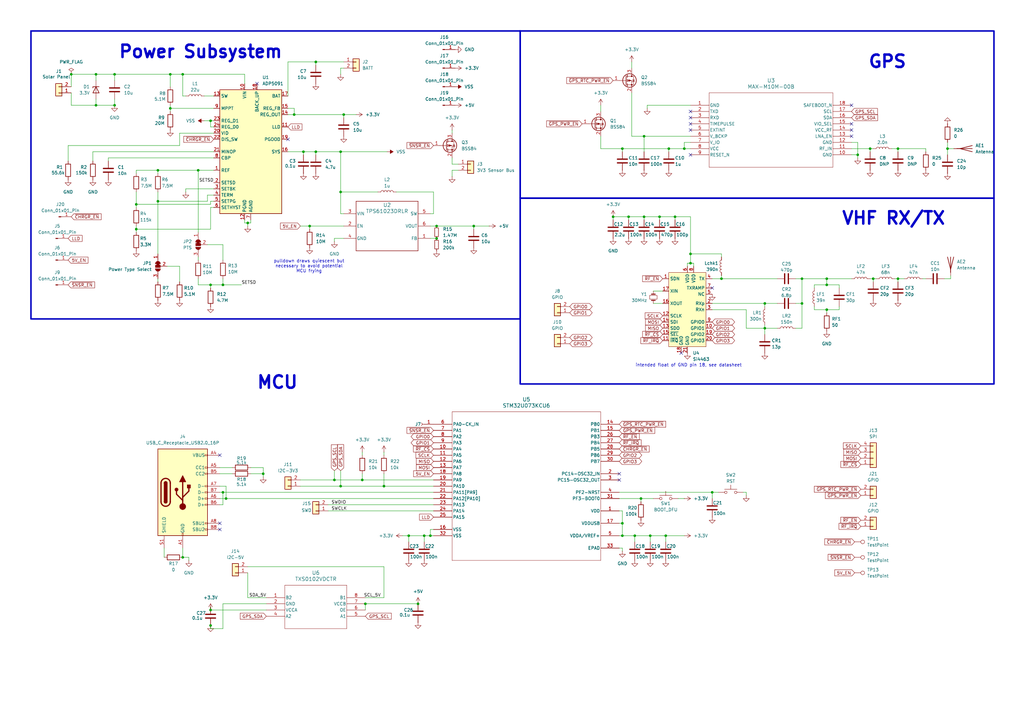
<source format=kicad_sch>
(kicad_sch (version 20250114) (generator "eeschema") (generator_version "9.0")
  (paper "A3")
  (rectangle (start 12.7 12.7) (end 213.36 130.81) (stroke (width 0.635)))
  (rectangle (start 213.36 12.7) (end 407.67 81.28) (stroke (width 0.635)))
  (rectangle (start 213.36 81.28) (end 407.67 157.48) (stroke (width 0.635)))
  (text "intended float of GND pin 18, see datasheet\n" (at 282.448 149.86 0) (effects (font (size 1.27 1.27))))
  (text "GPS\n" (at 363.982 25.4 0) (effects (font (size 5.08 5.08) (bold yes))))
  (text "Power Subsystem\n" (at 82.296 21.336 0) (effects (font (size 5.08 5.08) (bold yes))))
  (text "MCU\n" (at 113.792 156.972 0) (effects (font (size 5.08 5.08) (bold yes))))
  (text "VHF RX/TX\n" (at 366.522 89.662 0) (effects (font (size 5.08 5.08) (thickness 1.016) (bold yes))))
  (text "pulldown draws quiescent but\nnecessary to avoid potential\nMCU frying\n" (at 126.746 109.22 0) (effects (font (size 1.27 1.27))))
  (junction (at 55.88 83.82))
  (junction (at 46.99 30.48))
  (junction (at 69.85 44.45))
  (junction (at 262.89 204.47))
  (junction (at 139.7 199.39))
  (junction (at 257.81 88.9))
  (junction (at 91.44 201.93))
  (junction (at 157.48 199.39))
  (junction (at 140.97 46.99))
  (junction (at 264.16 55.88))
  (junction (at 139.7 62.23))
  (junction (at 129.54 62.23))
  (junction (at 351.79 63.5))
  (junction (at 251.46 88.9))
  (junction (at 81.28 69.85))
  (junction (at 313.69 124.46))
  (junction (at 179.07 97.79))
  (junction (at 260.35 219.71))
  (junction (at 280.67 60.96))
  (junction (at 129.54 25.4))
  (junction (at 86.36 250.19))
  (junction (at 328.93 114.3))
  (junction (at 137.16 196.85))
  (junction (at 64.77 69.85))
  (junction (at 167.64 219.71))
  (junction (at 276.86 88.9))
  (junction (at 39.37 30.48))
  (junction (at 74.93 30.48))
  (junction (at 39.37 43.18))
  (junction (at 274.32 60.96))
  (junction (at 91.44 116.84))
  (junction (at 255.27 214.63))
  (junction (at 292.1 201.93))
  (junction (at 139.7 78.74))
  (junction (at 264.16 88.9))
  (junction (at 283.21 107.95))
  (junction (at 86.36 116.84))
  (junction (at 328.93 124.46))
  (junction (at 171.45 247.65))
  (junction (at 255.27 60.96))
  (junction (at 120.65 46.99))
  (junction (at 339.09 116.84))
  (junction (at 29.21 30.48))
  (junction (at 358.14 114.3))
  (junction (at 86.36 49.53))
  (junction (at 127 92.71))
  (junction (at 173.99 219.71))
  (junction (at 179.07 92.71))
  (junction (at 74.93 228.6))
  (junction (at 46.99 43.18))
  (junction (at 101.6 91.44))
  (junction (at 255.27 219.71))
  (junction (at 356.87 60.96))
  (junction (at 149.86 247.65))
  (junction (at 176.53 219.71))
  (junction (at 107.95 194.31))
  (junction (at 368.3 60.96))
  (junction (at 55.88 93.98))
  (junction (at 64.77 82.55))
  (junction (at 69.85 30.48))
  (junction (at 266.7 219.71))
  (junction (at 339.09 114.3))
  (junction (at 92.71 204.47))
  (junction (at 148.59 196.85))
  (junction (at 124.46 62.23))
  (junction (at 270.51 88.9))
  (junction (at 313.69 134.62))
  (junction (at 388.62 60.96))
  (junction (at 86.36 256.54))
  (junction (at 273.05 219.71))
  (junction (at 295.91 114.3))
  (junction (at 194.31 92.71))
  (junction (at 339.09 127))
  (junction (at 283.21 104.14))
  (junction (at 368.3 114.3))
  (no_connect (at 349.25 43.18))
  (no_connect (at 349.25 55.88))
  (no_connect (at 292.1 118.11))
  (no_connect (at 283.21 45.72))
  (no_connect (at 283.21 63.5))
  (no_connect (at 283.21 48.26))
  (no_connect (at 105.41 34.29))
  (no_connect (at 90.17 217.17))
  (no_connect (at 283.21 53.34))
  (no_connect (at 118.11 57.15))
  (no_connect (at 279.4 144.78))
  (no_connect (at 349.25 53.34))
  (no_connect (at 90.17 214.63))
  (no_connect (at 90.17 186.69))
  (no_connect (at 254 194.31))
  (no_connect (at 283.21 50.8))
  (no_connect (at 254 196.85))
  (no_connect (at 349.25 50.8))
  (wire (pts (xy 264.16 88.9) (xy 270.51 88.9)))
  (wire (pts (xy 74.93 228.6) (xy 74.93 224.79)))
  (wire (pts (xy 176.53 219.71) (xy 177.8 219.71)))
  (wire (pts (xy 86.36 49.53) (xy 87.63 49.53)))
  (wire (pts (xy 118.11 46.99) (xy 120.65 46.99)))
  (wire (pts (xy 157.48 185.42) (xy 157.48 186.69)))
  (wire (pts (xy 162.56 78.74) (xy 177.8 78.74)))
  (wire (pts (xy 91.44 247.65) (xy 91.44 257.81)))
  (wire (pts (xy 274.32 60.96) (xy 280.67 60.96)))
  (wire (pts (xy 185.42 64.77) (xy 185.42 67.31)))
  (wire (pts (xy 109.22 250.19) (xy 86.36 250.19)))
  (wire (pts (xy 148.59 194.31) (xy 148.59 196.85)))
  (wire (pts (xy 107.95 194.31) (xy 107.95 195.58)))
  (wire (pts (xy 179.07 92.71) (xy 194.31 92.71)))
  (wire (pts (xy 46.99 30.48) (xy 46.99 33.02)))
  (wire (pts (xy 64.77 69.85) (xy 64.77 71.12)))
  (wire (pts (xy 157.48 194.31) (xy 157.48 199.39)))
  (wire (pts (xy 129.54 63.5) (xy 129.54 62.23)))
  (wire (pts (xy 100.33 34.29) (xy 100.33 30.48)))
  (wire (pts (xy 118.11 25.4) (xy 129.54 25.4)))
  (wire (pts (xy 149.86 247.65) (xy 171.45 247.65)))
  (wire (pts (xy 140.97 97.79) (xy 137.16 97.79)))
  (wire (pts (xy 283.21 88.9) (xy 283.21 104.14)))
  (wire (pts (xy 101.6 91.44) (xy 102.87 91.44)))
  (wire (pts (xy 185.42 67.31) (xy 187.96 67.31)))
  (wire (pts (xy 129.54 62.23) (xy 139.7 62.23)))
  (wire (pts (xy 148.59 196.85) (xy 177.8 196.85)))
  (wire (pts (xy 139.7 62.23) (xy 158.75 62.23)))
  (wire (pts (xy 283.21 43.18) (xy 265.43 43.18)))
  (wire (pts (xy 173.99 219.71) (xy 173.99 222.25)))
  (wire (pts (xy 91.44 116.84) (xy 99.06 116.84)))
  (wire (pts (xy 358.14 60.96) (xy 356.87 60.96)))
  (wire (pts (xy 255.27 60.96) (xy 255.27 62.23)))
  (wire (pts (xy 339.09 116.84) (xy 344.17 116.84)))
  (wire (pts (xy 349.25 63.5) (xy 351.79 63.5)))
  (wire (pts (xy 100.33 91.44) (xy 101.6 91.44)))
  (wire (pts (xy 251.46 88.9) (xy 251.46 90.17)))
  (wire (pts (xy 368.3 60.96) (xy 368.3 62.23)))
  (wire (pts (xy 257.81 88.9) (xy 264.16 88.9)))
  (wire (pts (xy 283.21 107.95) (xy 281.94 107.95)))
  (wire (pts (xy 281.94 107.95) (xy 281.94 109.22)))
  (wire (pts (xy 379.73 62.23) (xy 379.73 60.96)))
  (wire (pts (xy 86.36 52.07) (xy 86.36 49.53)))
  (wire (pts (xy 267.97 124.46) (xy 271.78 124.46)))
  (wire (pts (xy 44.45 64.77) (xy 44.45 66.04)))
  (wire (pts (xy 388.62 58.42) (xy 388.62 60.96)))
  (wire (pts (xy 313.69 133.35) (xy 313.69 134.62)))
  (wire (pts (xy 39.37 30.48) (xy 39.37 33.02)))
  (wire (pts (xy 120.65 44.45) (xy 120.65 46.99)))
  (wire (pts (xy 313.69 134.62) (xy 313.69 137.16)))
  (wire (pts (xy 259.08 25.4) (xy 259.08 27.94)))
  (wire (pts (xy 77.47 229.87) (xy 77.47 228.6)))
  (wire (pts (xy 388.62 60.96) (xy 391.16 60.96)))
  (wire (pts (xy 326.39 134.62) (xy 328.93 134.62)))
  (wire (pts (xy 85.09 80.01) (xy 85.09 82.55)))
  (wire (pts (xy 295.91 113.03) (xy 295.91 114.3)))
  (wire (pts (xy 74.93 30.48) (xy 100.33 30.48)))
  (wire (pts (xy 127 92.71) (xy 140.97 92.71)))
  (wire (pts (xy 387.35 114.3) (xy 389.89 114.3)))
  (wire (pts (xy 368.3 114.3) (xy 368.3 115.57)))
  (wire (pts (xy 68.58 109.22) (xy 73.66 109.22)))
  (wire (pts (xy 127 92.71) (xy 127 93.98)))
  (wire (pts (xy 328.93 134.62) (xy 328.93 124.46)))
  (wire (pts (xy 365.76 60.96) (xy 368.3 60.96)))
  (wire (pts (xy 137.16 97.79) (xy 137.16 99.06)))
  (wire (pts (xy 129.54 25.4) (xy 129.54 26.67)))
  (wire (pts (xy 283.21 55.88) (xy 264.16 55.88)))
  (wire (pts (xy 55.88 93.98) (xy 55.88 95.25)))
  (wire (pts (xy 157.48 232.41) (xy 157.48 245.11)))
  (wire (pts (xy 270.51 88.9) (xy 276.86 88.9)))
  (wire (pts (xy 295.91 114.3) (xy 318.77 114.3)))
  (wire (pts (xy 334.01 116.84) (xy 339.09 116.84)))
  (wire (pts (xy 177.8 87.63) (xy 176.53 87.63)))
  (wire (pts (xy 367.03 114.3) (xy 368.3 114.3)))
  (wire (pts (xy 264.16 88.9) (xy 264.16 90.17)))
  (wire (pts (xy 292.1 201.93) (xy 294.64 201.93)))
  (wire (pts (xy 29.21 35.56) (xy 29.21 30.48)))
  (wire (pts (xy 260.35 219.71) (xy 255.27 219.71)))
  (wire (pts (xy 109.22 247.65) (xy 91.44 247.65)))
  (wire (pts (xy 262.89 204.47) (xy 267.97 204.47)))
  (wire (pts (xy 273.05 219.71) (xy 273.05 222.25)))
  (wire (pts (xy 87.63 80.01) (xy 85.09 80.01)))
  (wire (pts (xy 139.7 27.94) (xy 139.7 30.48)))
  (wire (pts (xy 292.1 127) (xy 306.07 127)))
  (wire (pts (xy 306.07 201.93) (xy 306.07 203.2)))
  (wire (pts (xy 255.27 214.63) (xy 254 214.63)))
  (wire (pts (xy 149.86 245.11) (xy 157.48 245.11)))
  (wire (pts (xy 137.16 196.85) (xy 148.59 196.85)))
  (wire (pts (xy 91.44 116.84) (xy 91.44 114.3)))
  (wire (pts (xy 140.97 46.99) (xy 146.05 46.99)))
  (wire (pts (xy 85.09 100.33) (xy 91.44 100.33)))
  (wire (pts (xy 91.44 257.81) (xy 86.36 257.81)))
  (wire (pts (xy 339.09 127) (xy 339.09 128.27)))
  (wire (pts (xy 69.85 30.48) (xy 69.85 35.56)))
  (wire (pts (xy 273.05 219.71) (xy 280.67 219.71)))
  (wire (pts (xy 368.3 114.3) (xy 370.84 114.3)))
  (wire (pts (xy 69.85 44.45) (xy 87.63 44.45)))
  (wire (pts (xy 368.3 60.96) (xy 379.73 60.96)))
  (wire (pts (xy 129.54 25.4) (xy 140.97 25.4)))
  (wire (pts (xy 273.05 219.71) (xy 266.7 219.71)))
  (wire (pts (xy 257.81 88.9) (xy 257.81 90.17)))
  (wire (pts (xy 124.46 62.23) (xy 129.54 62.23)))
  (wire (pts (xy 326.39 114.3) (xy 328.93 114.3)))
  (wire (pts (xy 29.21 38.1) (xy 29.21 43.18)))
  (wire (pts (xy 292.1 124.46) (xy 313.69 124.46)))
  (wire (pts (xy 259.08 55.88) (xy 259.08 38.1)))
  (wire (pts (xy 118.11 62.23) (xy 124.46 62.23)))
  (wire (pts (xy 64.77 114.3) (xy 64.77 115.57)))
  (wire (pts (xy 254 201.93) (xy 292.1 201.93)))
  (wire (pts (xy 86.36 250.19) (xy 86.36 248.92)))
  (wire (pts (xy 167.64 219.71) (xy 167.64 222.25)))
  (wire (pts (xy 86.36 116.84) (xy 91.44 116.84)))
  (wire (pts (xy 83.82 39.37) (xy 87.63 39.37)))
  (wire (pts (xy 74.93 30.48) (xy 74.93 39.37)))
  (wire (pts (xy 139.7 62.23) (xy 139.7 78.74)))
  (wire (pts (xy 246.38 60.96) (xy 255.27 60.96)))
  (wire (pts (xy 154.94 78.74) (xy 139.7 78.74)))
  (wire (pts (xy 356.87 60.96) (xy 356.87 62.23)))
  (wire (pts (xy 260.35 219.71) (xy 260.35 222.25)))
  (wire (pts (xy 123.19 92.71) (xy 127 92.71)))
  (wire (pts (xy 123.19 196.85) (xy 137.16 196.85)))
  (wire (pts (xy 137.16 193.04) (xy 137.16 196.85)))
  (wire (pts (xy 90.17 194.31) (xy 95.25 194.31)))
  (wire (pts (xy 46.99 30.48) (xy 69.85 30.48)))
  (wire (pts (xy 118.11 44.45) (xy 120.65 44.45)))
  (wire (pts (xy 81.28 69.85) (xy 81.28 95.25)))
  (wire (pts (xy 194.31 92.71) (xy 200.66 92.71)))
  (wire (pts (xy 55.88 78.74) (xy 55.88 83.82)))
  (wire (pts (xy 358.14 115.57) (xy 358.14 114.3)))
  (wire (pts (xy 76.2 77.47) (xy 87.63 77.47)))
  (wire (pts (xy 284.48 109.22) (xy 284.48 107.95)))
  (wire (pts (xy 123.19 199.39) (xy 139.7 199.39)))
  (wire (pts (xy 276.86 88.9) (xy 276.86 90.17)))
  (wire (pts (xy 73.66 109.22) (xy 73.66 115.57)))
  (wire (pts (xy 87.63 52.07) (xy 86.36 52.07)))
  (wire (pts (xy 176.53 92.71) (xy 179.07 92.71)))
  (wire (pts (xy 39.37 40.64) (xy 39.37 43.18)))
  (wire (pts (xy 351.79 58.42) (xy 351.79 63.5)))
  (wire (pts (xy 86.36 85.09) (xy 87.63 85.09)))
  (wire (pts (xy 139.7 78.74) (xy 139.7 87.63)))
  (wire (pts (xy 255.27 209.55) (xy 255.27 214.63)))
  (wire (pts (xy 255.27 224.79) (xy 254 224.79)))
  (wire (pts (xy 334.01 127) (xy 339.09 127)))
  (wire (pts (xy 46.99 40.64) (xy 46.99 43.18)))
  (wire (pts (xy 140.97 46.99) (xy 140.97 48.26)))
  (wire (pts (xy 67.31 228.6) (xy 67.31 224.79)))
  (wire (pts (xy 29.21 43.18) (xy 39.37 43.18)))
  (wire (pts (xy 339.09 114.3) (xy 349.25 114.3)))
  (wire (pts (xy 27.94 59.69) (xy 73.66 59.69)))
  (wire (pts (xy 328.93 114.3) (xy 328.93 124.46)))
  (wire (pts (xy 139.7 199.39) (xy 157.48 199.39)))
  (wire (pts (xy 87.63 54.61) (xy 73.66 54.61)))
  (wire (pts (xy 339.09 114.3) (xy 339.09 116.84)))
  (wire (pts (xy 107.95 191.77) (xy 107.95 194.31)))
  (wire (pts (xy 194.31 92.71) (xy 194.31 93.98)))
  (wire (pts (xy 101.6 91.44) (xy 101.6 92.71)))
  (wire (pts (xy 313.69 124.46) (xy 318.77 124.46)))
  (wire (pts (xy 55.88 69.85) (xy 55.88 71.12)))
  (wire (pts (xy 349.25 58.42) (xy 351.79 58.42)))
  (wire (pts (xy 266.7 219.71) (xy 266.7 222.25)))
  (wire (pts (xy 165.1 219.71) (xy 167.64 219.71)))
  (wire (pts (xy 334.01 125.73) (xy 334.01 127)))
  (wire (pts (xy 264.16 55.88) (xy 259.08 55.88)))
  (wire (pts (xy 92.71 204.47) (xy 92.71 199.39)))
  (wire (pts (xy 87.63 82.55) (xy 86.36 82.55)))
  (wire (pts (xy 134.62 207.01) (xy 177.8 207.01)))
  (wire (pts (xy 177.8 217.17) (xy 176.53 217.17)))
  (wire (pts (xy 187.96 69.85) (xy 185.42 69.85)))
  (wire (pts (xy 280.67 60.96) (xy 283.21 60.96)))
  (wire (pts (xy 55.88 83.82) (xy 55.88 85.09)))
  (wire (pts (xy 306.07 134.62) (xy 313.69 134.62)))
  (wire (pts (xy 91.44 201.93) (xy 91.44 207.01)))
  (wire (pts (xy 139.7 193.04) (xy 139.7 199.39)))
  (wire (pts (xy 388.62 63.5) (xy 388.62 60.96)))
  (wire (pts (xy 83.82 49.53) (xy 86.36 49.53)))
  (wire (pts (xy 313.69 124.46) (xy 313.69 125.73)))
  (wire (pts (xy 139.7 87.63) (xy 140.97 87.63)))
  (wire (pts (xy 304.8 201.93) (xy 306.07 201.93)))
  (wire (pts (xy 81.28 116.84) (xy 86.36 116.84)))
  (wire (pts (xy 176.53 97.79) (xy 179.07 97.79)))
  (wire (pts (xy 254 209.55) (xy 255.27 209.55)))
  (wire (pts (xy 69.85 30.48) (xy 74.93 30.48)))
  (wire (pts (xy 86.36 93.98) (xy 86.36 85.09)))
  (wire (pts (xy 39.37 43.18) (xy 46.99 43.18)))
  (wire (pts (xy 326.39 124.46) (xy 328.93 124.46)))
  (wire (pts (xy 118.11 39.37) (xy 118.11 25.4)))
  (wire (pts (xy 173.99 219.71) (xy 176.53 219.71)))
  (wire (pts (xy 255.27 219.71) (xy 255.27 214.63)))
  (wire (pts (xy 185.42 69.85) (xy 185.42 72.39)))
  (wire (pts (xy 283.21 104.14) (xy 295.91 104.14)))
  (wire (pts (xy 86.36 83.82) (xy 55.88 83.82)))
  (wire (pts (xy 92.71 199.39) (xy 90.17 199.39)))
  (wire (pts (xy 90.17 204.47) (xy 92.71 204.47)))
  (wire (pts (xy 344.17 116.84) (xy 344.17 118.11)))
  (wire (pts (xy 351.79 64.77) (xy 351.79 63.5)))
  (wire (pts (xy 264.16 55.88) (xy 264.16 62.23)))
  (wire (pts (xy 102.87 191.77) (xy 107.95 191.77)))
  (wire (pts (xy 148.59 185.42) (xy 148.59 186.69)))
  (wire (pts (xy 306.07 127) (xy 306.07 134.62)))
  (wire (pts (xy 76.2 78.74) (xy 76.2 77.47)))
  (wire (pts (xy 339.09 127) (xy 344.17 127)))
  (wire (pts (xy 173.99 219.71) (xy 167.64 219.71)))
  (wire (pts (xy 86.36 82.55) (xy 86.36 83.82)))
  (wire (pts (xy 64.77 69.85) (xy 81.28 69.85)))
  (wire (pts (xy 292.1 201.93) (xy 292.1 204.47)))
  (wire (pts (xy 101.6 234.95) (xy 101.6 245.11)))
  (wire (pts (xy 81.28 105.41) (xy 81.28 106.68)))
  (wire (pts (xy 64.77 69.85) (xy 55.88 69.85)))
  (wire (pts (xy 185.42 53.34) (xy 185.42 54.61)))
  (wire (pts (xy 280.67 58.42) (xy 280.67 60.96)))
  (wire (pts (xy 157.48 199.39) (xy 177.8 199.39)))
  (wire (pts (xy 73.66 54.61) (xy 73.66 59.69)))
  (wire (pts (xy 64.77 78.74) (xy 64.77 82.55)))
  (wire (pts (xy 69.85 44.45) (xy 69.85 45.72)))
  (wire (pts (xy 81.28 69.85) (xy 87.63 69.85)))
  (wire (pts (xy 134.62 209.55) (xy 177.8 209.55)))
  (wire (pts (xy 38.1 66.04) (xy 38.1 62.23)))
  (wire (pts (xy 270.51 88.9) (xy 270.51 90.17)))
  (wire (pts (xy 255.27 60.96) (xy 274.32 60.96)))
  (wire (pts (xy 91.44 207.01) (xy 90.17 207.01)))
  (wire (pts (xy 255.27 226.06) (xy 255.27 224.79)))
  (wire (pts (xy 276.86 88.9) (xy 283.21 88.9)))
  (wire (pts (xy 389.89 114.3) (xy 389.89 113.03)))
  (wire (pts (xy 246.38 60.96) (xy 246.38 55.88)))
  (wire (pts (xy 120.65 46.99) (xy 140.97 46.99)))
  (wire (pts (xy 267.97 119.38) (xy 271.78 119.38)))
  (wire (pts (xy 55.88 93.98) (xy 55.88 92.71)))
  (wire (pts (xy 92.71 204.47) (xy 177.8 204.47)))
  (wire (pts (xy 102.87 194.31) (xy 107.95 194.31)))
  (wire (pts (xy 378.46 114.3) (xy 379.73 114.3)))
  (wire (pts (xy 295.91 104.14) (xy 295.91 105.41)))
  (wire (pts (xy 358.14 114.3) (xy 359.41 114.3)))
  (wire (pts (xy 90.17 191.77) (xy 95.25 191.77)))
  (wire (pts (xy 90.17 201.93) (xy 91.44 201.93)))
  (wire (pts (xy 344.17 127) (xy 344.17 125.73)))
  (wire (pts (xy 349.25 60.96) (xy 356.87 60.96)))
  (wire (pts (xy 44.45 64.77) (xy 87.63 64.77)))
  (wire (pts (xy 274.32 60.96) (xy 274.32 62.23)))
  (wire (pts (xy 140.97 27.94) (xy 139.7 27.94)))
  (wire (pts (xy 86.36 116.84) (xy 86.36 118.11)))
  (wire (pts (xy 77.47 228.6) (xy 74.93 228.6)))
  (wire (pts (xy 64.77 82.55) (xy 64.77 104.14)))
  (wire (pts (xy 176.53 217.17) (xy 176.53 219.71)))
  (wire (pts (xy 29.21 30.48) (xy 39.37 30.48)))
  (wire (pts (xy 91.44 100.33) (xy 91.44 106.68)))
  (wire (pts (xy 283.21 104.14) (xy 283.21 107.95)))
  (wire (pts (xy 38.1 62.23) (xy 87.63 62.23)))
  (wire (pts (xy 313.69 134.62) (xy 318.77 134.62)))
  (wire (pts (xy 74.93 39.37) (xy 76.2 39.37)))
  (wire (pts (xy 149.86 247.65) (xy 149.86 250.19)))
  (wire (pts (xy 266.7 219.71) (xy 260.35 219.71)))
  (wire (pts (xy 101.6 245.11) (xy 109.22 245.11)))
  (wire (pts (xy 55.88 93.98) (xy 86.36 93.98)))
  (wire (pts (xy 283.21 58.42) (xy 280.67 58.42)))
  (wire (pts (xy 254 219.71) (xy 255.27 219.71)))
  (wire (pts (xy 102.87 90.17) (xy 102.87 91.44)))
  (wire (pts (xy 262.89 205.74) (xy 262.89 204.47)))
  (wire (pts (xy 265.43 43.18) (xy 265.43 44.45)))
  (wire (pts (xy 358.14 114.3) (xy 356.87 114.3)))
  (wire (pts (xy 91.44 201.93) (xy 177.8 201.93)))
  (wire (pts (xy 39.37 30.48) (xy 46.99 30.48)))
  (wire (pts (xy 85.09 82.55) (xy 64.77 82.55)))
  (wire (pts (xy 177.8 78.74) (xy 177.8 87.63)))
  (wire (pts (xy 278.13 204.47) (xy 280.67 204.47)))
  (wire (pts (xy 101.6 232.41) (xy 157.48 232.41)))
  (wire (pts (xy 100.33 90.17) (xy 100.33 91.44)))
  (wire (pts (xy 254 204.47) (xy 262.89 204.47)))
  (wire (pts (xy 69.85 44.45) (xy 69.85 43.18)))
  (wire (pts (xy 246.38 43.18) (xy 246.38 45.72)))
  (wire (pts (xy 328.93 114.3) (xy 339.09 114.3)))
  (wire (pts (xy 124.46 62.23) (xy 124.46 63.5)))
  (wire (pts (xy 27.94 59.69) (xy 27.94 66.04)))
  (wire (pts (xy 81.28 116.84) (xy 81.28 114.3)))
  (wire (pts (xy 295.91 114.3) (xy 292.1 114.3)))
  (wire (pts (xy 86.36 257.81) (xy 86.36 256.54)))
  (wire (pts (xy 334.01 118.11) (xy 334.01 116.84)))
  (wire (pts (xy 251.46 88.9) (xy 257.81 88.9)))
  (wire (pts (xy 284.48 107.95) (xy 283.21 107.95)))
  (label "SCL_5V" (at 156.21 245.11 180))
  (label "SETSD" (at 99.06 116.84 0))
  (label "SDA_5V" (at 109.22 245.11 180))
  (label "SETSD" (at 87.63 74.93 180))
  (label "SWCLK" (at 135.89 209.55 0))
  (label "SWDIO" (at 135.89 207.01 0))
  (global_label "MISO" (shape input) (at 271.78 134.62 180) (property "Intersheetrefs" "${INTERSHEET_REFS}" (effects (hide yes))))
  (global_label "~{RF_EN}" (shape input) (at 353.06 213.36 180) (property "Intersheetrefs" "${INTERSHEET_REFS}" (effects (hide yes))))
  (global_label "~{RF_CS}" (shape input) (at 271.78 137.16 180) (property "Intersheetrefs" "${INTERSHEET_REFS}" (effects (hide yes))))
  (global_label "~{RF_CS}" (shape input) (at 177.8 184.15 180) (property "Intersheetrefs" "${INTERSHEET_REFS}" (effects (hide yes))))
  (global_label "5V_EN" (shape input) (at 177.8 194.31 180) (property "Intersheetrefs" "${INTERSHEET_REFS}" (effects (hide yes))))
  (global_label "~{RF_IRQ}" (shape input) (at 271.78 139.7 180) (property "Intersheetrefs" "${INTERSHEET_REFS}" (effects (hide yes))))
  (global_label "~{SNSR_EN}" (shape input) (at 350.52 228.6 180) (property "Intersheetrefs" "${INTERSHEET_REFS}" (effects (hide yes))))
  (global_label "~{RF_EN}" (shape input) (at 254 179.07 0) (property "Intersheetrefs" "${INTERSHEET_REFS}" (effects (hide yes))))
  (global_label "GPIO1" (shape bidirectional) (at 177.8 181.61 180) (property "Intersheetrefs" "${INTERSHEET_REFS}" (effects (hide yes))))
  (global_label "SCLK" (shape input) (at 177.8 186.69 180) (property "Intersheetrefs" "${INTERSHEET_REFS}" (effects (hide yes))))
  (global_label "~{RF_IRQ}" (shape input) (at 254 181.61 0) (property "Intersheetrefs" "${INTERSHEET_REFS}" (effects (hide yes))))
  (global_label "GPS_SDA" (shape input) (at 109.22 252.73 180) (property "Intersheetrefs" "${INTERSHEET_REFS}" (effects (hide yes))))
  (global_label "GPIO2" (shape bidirectional) (at 254 186.69 0) (property "Intersheetrefs" "${INTERSHEET_REFS}" (effects (hide yes))))
  (global_label "~{SNSR_EN}" (shape input) (at 177.8 176.53 180) (property "Intersheetrefs" "${INTERSHEET_REFS}" (effects (hide yes))))
  (global_label "LLD" (shape input) (at 118.11 52.07 0) (property "Intersheetrefs" "${INTERSHEET_REFS}" (effects (hide yes))))
  (global_label "GPS_SCL" (shape input) (at 149.86 252.73 0) (property "Intersheetrefs" "${INTERSHEET_REFS}" (effects (hide yes))))
  (global_label "GPIO2" (shape bidirectional) (at 233.68 138.43 0) (property "Intersheetrefs" "${INTERSHEET_REFS}" (effects (hide yes))))
  (global_label "GPIO2" (shape bidirectional) (at 292.1 137.16 0) (property "Intersheetrefs" "${INTERSHEET_REFS}" (effects (hide yes))))
  (global_label "GPIO0" (shape bidirectional) (at 292.1 132.08 0) (property "Intersheetrefs" "${INTERSHEET_REFS}" (effects (hide yes))))
  (global_label "GPIO3" (shape bidirectional) (at 233.68 140.97 0) (property "Intersheetrefs" "${INTERSHEET_REFS}" (effects (hide yes))))
  (global_label "GPIO1" (shape bidirectional) (at 233.68 128.27 0) (property "Intersheetrefs" "${INTERSHEET_REFS}" (effects (hide yes))))
  (global_label "MISO" (shape input) (at 177.8 189.23 180) (property "Intersheetrefs" "${INTERSHEET_REFS}" (effects (hide yes))))
  (global_label "MOSI" (shape input) (at 177.8 191.77 180) (property "Intersheetrefs" "${INTERSHEET_REFS}" (effects (hide yes))))
  (global_label "MOSI" (shape input) (at 353.06 187.96 180) (property "Intersheetrefs" "${INTERSHEET_REFS}" (effects (hide yes))))
  (global_label "GPS_SDA" (shape input) (at 349.25 48.26 0) (property "Intersheetrefs" "${INTERSHEET_REFS}" (effects (hide yes))))
  (global_label "MOSI" (shape input) (at 271.78 132.08 180) (property "Intersheetrefs" "${INTERSHEET_REFS}" (effects (hide yes))))
  (global_label "~{GPS_PWR_EN}" (shape input) (at 238.76 50.8 180) (property "Intersheetrefs" "${INTERSHEET_REFS}" (effects (hide yes))))
  (global_label "~{CHRGR_EN}" (shape input) (at 29.21 88.9 0) (property "Intersheetrefs" "${INTERSHEET_REFS}" (effects (hide yes))))
  (global_label "~{CHRGR_EN}" (shape input) (at 350.52 222.25 180) (property "Intersheetrefs" "${INTERSHEET_REFS}" (effects (hide yes))))
  (global_label "~{CHRGR_EN}" (shape input) (at 254 184.15 0) (property "Intersheetrefs" "${INTERSHEET_REFS}" (effects (hide yes))))
  (global_label "GPS_SCL" (shape input) (at 137.16 193.04 90) (property "Intersheetrefs" "${INTERSHEET_REFS}" (effects (hide yes))))
  (global_label "GPS_SCL" (shape input) (at 349.25 45.72 0) (property "Intersheetrefs" "${INTERSHEET_REFS}" (effects (hide yes))))
  (global_label "GPIO3" (shape bidirectional) (at 292.1 139.7 0) (property "Intersheetrefs" "${INTERSHEET_REFS}" (effects (hide yes))))
  (global_label "GPIO0" (shape bidirectional) (at 233.68 125.73 0) (property "Intersheetrefs" "${INTERSHEET_REFS}" (effects (hide yes))))
  (global_label "5V_EN" (shape input) (at 123.19 92.71 180) (property "Intersheetrefs" "${INTERSHEET_REFS}" (effects (hide yes))))
  (global_label "~{RF_IRQ}" (shape input) (at 353.06 215.9 180) (property "Intersheetrefs" "${INTERSHEET_REFS}" (effects (hide yes))))
  (global_label "GPIO3" (shape bidirectional) (at 254 189.23 0) (property "Intersheetrefs" "${INTERSHEET_REFS}" (effects (hide yes))))
  (global_label "GPIO1" (shape bidirectional) (at 292.1 134.62 0) (property "Intersheetrefs" "${INTERSHEET_REFS}" (effects (hide yes))))
  (global_label "LLD" (shape input) (at 27.94 97.79 0) (property "Intersheetrefs" "${INTERSHEET_REFS}" (effects (hide yes))))
  (global_label "~{GPS_PWR_EN}" (shape input) (at 353.06 203.2 180) (property "Intersheetrefs" "${INTERSHEET_REFS}" (effects (hide yes))))
  (global_label "GPIO0" (shape bidirectional) (at 177.8 179.07 180) (property "Intersheetrefs" "${INTERSHEET_REFS}" (effects (hide yes))))
  (global_label "SCLK" (shape input) (at 271.78 129.54 180) (property "Intersheetrefs" "${INTERSHEET_REFS}" (effects (hide yes))))
  (global_label "~{GPS_RTC_PWR_EN}" (shape input) (at 353.06 200.66 180) (property "Intersheetrefs" "${INTERSHEET_REFS}" (effects (hide yes))))
  (global_label "~{SNSR_EN}" (shape input) (at 27.94 116.84 0) (property "Intersheetrefs" "${INTERSHEET_REFS}" (effects (hide yes))))
  (global_label "~{RF_CS}" (shape input) (at 353.06 190.5 180) (property "Intersheetrefs" "${INTERSHEET_REFS}" (effects (hide yes))))
  (global_label "~{GPS_RTC_PWR_EN}" (shape input) (at 254 173.99 0) (property "Intersheetrefs" "${INTERSHEET_REFS}" (effects (hide yes))))
  (global_label "5V_EN" (shape input) (at 27.94 106.68 0) (property "Intersheetrefs" "${INTERSHEET_REFS}" (effects (hide yes))))
  (global_label "SCLK" (shape input) (at 353.06 182.88 180) (property "Intersheetrefs" "${INTERSHEET_REFS}" (effects (hide yes))))
  (global_label "~{RF_EN}" (shape input) (at 271.78 114.3 180) (property "Intersheetrefs" "${INTERSHEET_REFS}" (effects (hide yes))))
  (global_label "~{GPS_RTC_PWR_EN}" (shape input) (at 251.46 33.02 180) (property "Intersheetrefs" "${INTERSHEET_REFS}" (effects (hide yes))))
  (global_label "MISO" (shape input) (at 353.06 185.42 180) (property "Intersheetrefs" "${INTERSHEET_REFS}" (effects (hide yes))))
  (global_label "~{GPS_PWR_EN}" (shape input) (at 254 176.53 0) (property "Intersheetrefs" "${INTERSHEET_REFS}" (effects (hide yes))))
  (global_label "5V_EN" (shape input) (at 350.52 234.95 180) (property "Intersheetrefs" "${INTERSHEET_REFS}" (effects (hide yes))))
  (global_label "~{SNSR_EN}" (shape input) (at 177.8 59.69 180) (property "Intersheetrefs" "${INTERSHEET_REFS}" (effects (hide yes))))
  (global_label "~{CHRGR_EN}" (shape input) (at 87.63 57.15 180) (property "Intersheetrefs" "${INTERSHEET_REFS}" (effects (hide yes))))
  (global_label "GPS_SDA" (shape input) (at 139.7 193.04 90) (property "Intersheetrefs" "${INTERSHEET_REFS}" (effects (hide yes))))
  (global_label "LLD" (shape input) (at 177.8 212.09 180) (property "Intersheetrefs" "${INTERSHEET_REFS}" (effects (hide yes))))
  (symbol (lib_id "power:GND") (at 255.27 69.85 0) (unit 1)
    (property "Reference" "#PWR033" (effects (hide yes)))
    (property "Value" "GND" (effects (hide yes)))
    (property "Description" "Power symbol creates a global label with name \"GND\" , ground" (effects (hide yes)))
  )
  (symbol (lib_id "power:GND") (at 127 101.6 0) (unit 1)
    (property "Reference" "#PWR015" (effects (hide yes)))
    (property "Value" "GND" (effects (hide yes)))
    (property "Description" "Power symbol creates a global label with name \"GND\" , ground" (effects (hide yes)))
  )
  (symbol (lib_id "power:GND") (at 86.36 256.54 0) (unit 1)
    (property "Reference" "#PWR072" (effects (hide yes)))
    (property "Value" "GND" (effects (hide yes)))
    (property "Description" "Power symbol creates a global label with name \"GND\" , ground" (effects (hide yes)))
  )
  (symbol (lib_id "power:+3.3V") (at 280.67 204.47 270) (unit 1)
    (property "Reference" "#PWR049" (effects (hide yes)))
    (property "Value" "+3.3V" (at 284.48 204.4699 90) (effects (justify left)))
    (property "Description" "Power symbol creates a global label with name \"+3.3V\"" (effects (hide yes)))
  )
  (symbol (lib_id "Switch:SW_Push") (at 273.05 204.47 0) (unit 1)
    (property "Reference" "SW1" (at 273.05 206.502 0))
    (property "Value" "BOOT_DFU" (at 273.05 209.042 0))
    (property "Footprint" "Button_Switch_SMD:Panasonic_EVQPUJ_EVQPUA" (effects (hide yes)))
    (property "Description" "Push button switch, generic, two pins" (effects (hide yes)))
  )
  (symbol (lib_id "power:GND") (at 266.7 229.87 0) (unit 1)
    (property "Reference" "#PWR045" (effects (hide yes)))
    (property "Value" "GND" (effects (hide yes)))
    (property "Description" "Power symbol creates a global label with name \"GND\" , ground" (effects (hide yes)))
  )
  (symbol (lib_id "Device:C") (at 129.54 30.48 0) (mirror y) (unit 1)
    (property "Reference" "C7" (at 125.73 29.2099 0) (effects (justify left)))
    (property "Value" "10u" (at 125.73 31.7499 0) (effects (justify left)))
    (property "Footprint" "Capacitor_SMD:C_0603_1608Metric" (effects (hide yes)))
    (property "Description" "Unpolarized capacitor" (effects (hide yes)))
  )
  (symbol (lib_id "power:GND") (at 264.16 69.85 0) (unit 1)
    (property "Reference" "#PWR041" (effects (hide yes)))
    (property "Value" "GND" (effects (hide yes)))
    (property "Description" "Power symbol creates a global label with name \"GND\" , ground" (effects (hide yes)))
  )
  (symbol (lib_id "Device:L") (at 313.69 129.54 0) (mirror y) (unit 1)
    (property "Reference" "LR1" (at 312.42 128.2699 0) (effects (justify left)))
    (property "Value" "300n" (at 312.42 130.8099 0) (effects (justify left)))
    (property "Footprint" "Inductor_SMD:L_0402_1005Metric" (effects (hide yes)))
    (property "Description" "Inductor" (effects (hide yes)))
  )
  (symbol (lib_id "power:GND") (at 129.54 71.12 0) (unit 1)
    (property "Reference" "#PWR016" (effects (hide yes)))
    (property "Value" "GND" (effects (hide yes)))
    (property "Description" "Power symbol creates a global label with name \"GND\" , ground" (effects (hide yes)))
  )
  (symbol (lib_id "power:GND") (at 339.09 135.89 0) (unit 1)
    (property "Reference" "#PWR068" (effects (hide yes)))
    (property "Value" "GND" (at 339.09 140.97 0))
    (property "Description" "Power symbol creates a global label with name \"GND\" , ground" (effects (hide yes)))
  )
  (symbol (lib_id "Device:C") (at 124.46 67.31 0) (unit 1)
    (property "Reference" "C3" (at 118.618 66.04 0) (effects (justify left)))
    (property "Value" "0.1u" (at 116.84 68.072 0) (effects (justify left)))
    (property "Footprint" "Capacitor_SMD:C_0603_1608Metric" (effects (hide yes)))
    (property "Description" "Unpolarized capacitor" (effects (hide yes)))
  )
  (symbol (lib_id "power:GND") (at 379.73 69.85 0) (unit 1)
    (property "Reference" "#PWR010" (effects (hide yes)))
    (property "Value" "GND" (effects (hide yes)))
    (property "Description" "Power symbol creates a global label with name \"GND\" , ground" (effects (hide yes)))
  )
  (symbol (lib_id "Device:R") (at 38.1 69.85 180) (unit 1)
    (property "Reference" "R2" (at 33.02 68.58 0) (effects (justify right)))
    (property "Value" "150k" (at 30.988 70.866 0) (effects (justify right)))
    (property "Footprint" "Resistor_SMD:R_0603_1608Metric" (effects (hide yes)))
    (property "Description" "Resistor" (effects (hide yes)))
  )
  (symbol (lib_id "Connector:Conn_01x01_Pin") (at 181.61 43.18 0) (unit 1)
    (property "Reference" "J19" (at 182.245 38.1 0))
    (property "Value" "Conn_01x01_Pin" (at 182.245 40.64 0))
    (property "Footprint" "Connector_PinHeader_2.54mm:PinHeader_1x01_P2.54mm_Vertical" (effects (hide yes)))
    (property "Description" "Generic connector, single row, 01x01, script generated" (effects (hide yes)))
  )
  (symbol (lib_id "Device:R") (at 81.28 110.49 0) (unit 1)
    (property "Reference" "R11" (at 83.058 109.22 0) (effects (justify left)))
    (property "Value" "10M" (at 83.058 111.76 0) (effects (justify left)))
    (property "Footprint" "Resistor_SMD:R_0603_1608Metric" (effects (hide yes)))
    (property "Description" "Resistor" (effects (hide yes)))
  )
  (symbol (lib_id "Device:R_Small") (at 179.07 95.25 0) (unit 1)
    (property "Reference" "R15" (at 181.61 93.9799 0) (effects (justify left)))
    (property "Value" "1.47M" (at 181.61 96.5199 0) (effects (justify left)))
    (property "Footprint" "Resistor_SMD:R_0603_1608Metric" (effects (hide yes)))
    (property "Description" "Resistor, small symbol" (effects (hide yes)))
  )
  (symbol (lib_id "Connector:Conn_01x01_Pin") (at 22.86 106.68 0) (unit 1)
    (property "Reference" "J6" (at 23.495 101.6 0))
    (property "Value" "Conn_01x01_Pin" (at 23.495 104.14 0))
    (property "Footprint" "Connector_PinHeader_2.54mm:PinHeader_1x01_P2.54mm_Vertical" (effects (hide yes)))
    (property "Description" "Generic connector, single row, 01x01, script generated" (effects (hide yes)))
  )
  (symbol (lib_id "Device:C") (at 44.45 69.85 0) (unit 1)
    (property "Reference" "C1" (at 48.26 68.5799 0) (effects (justify left)))
    (property "Value" "10n" (at 48.26 71.1199 0) (effects (justify left)))
    (property "Footprint" "Capacitor_SMD:C_0603_1608Metric" (effects (hide yes)))
    (property "Description" "Unpolarized capacitor" (effects (hide yes)))
  )
  (symbol (lib_id "Connector:Conn_01x01_Pin") (at 181.61 20.32 0) (unit 1)
    (property "Reference" "J16" (at 182.245 15.24 0))
    (property "Value" "Conn_01x01_Pin" (at 182.245 17.78 0))
    (property "Footprint" "Connector_PinHeader_2.54mm:PinHeader_1x01_P2.54mm_Vertical" (effects (hide yes)))
    (property "Description" "Generic connector, single row, 01x01, script generated" (effects (hide yes)))
  )
  (symbol (lib_id "power:GND") (at 270.51 97.79 0) (unit 1)
    (property "Reference" "#PWR036" (effects (hide yes)))
    (property "Value" "GND" (effects (hide yes)))
    (property "Description" "Power symbol creates a global label with name \"GND\" , ground" (effects (hide yes)))
  )
  (symbol (lib_name "VSS_1") (lib_id "power:VSS") (at 186.69 35.56 270) (unit 1)
    (property "Reference" "#PWR074" (effects (hide yes)))
    (property "Value" "VSS" (at 190.5 35.5599 90) (effects (justify left)))
    (property "Description" "Power symbol creates a global label with name \"VSS\"" (effects (hide yes)))
  )
  (symbol (lib_id "Device:R") (at 86.36 121.92 0) (unit 1)
    (property "Reference" "R12" (at 88.9 120.6499 0) (effects (justify left)))
    (property "Value" "4.7M" (at 88.9 123.1899 0) (effects (justify left)))
    (property "Footprint" "Resistor_SMD:R_0603_1608Metric" (effects (hide yes)))
    (property "Description" "Resistor" (effects (hide yes)))
  )
  (symbol (lib_id "Device:R") (at 127 97.79 0) (unit 1)
    (property "Reference" "R14" (at 129.54 96.5199 0) (effects (justify left)))
    (property "Value" "10M" (at 129.54 99.0599 0) (effects (justify left)))
    (property "Footprint" "Resistor_SMD:R_0603_1608Metric" (effects (hide yes)))
    (property "Description" "Resistor" (effects (hide yes)))
  )
  (symbol (lib_id "power:GND") (at 273.05 229.87 0) (unit 1)
    (property "Reference" "#PWR046" (effects (hide yes)))
    (property "Value" "GND" (effects (hide yes)))
    (property "Description" "Power symbol creates a global label with name \"GND\" , ground" (effects (hide yes)))
  )
  (symbol (lib_id "Device:C") (at 388.62 67.31 0) (unit 1)
    (property "Reference" "C24" (at 392.43 66.0399 0) (effects (justify left)))
    (property "Value" "10p" (at 392.43 68.5799 0) (effects (justify left)))
    (property "Footprint" "Capacitor_SMD:C_0603_1608Metric" (effects (hide yes)))
    (property "Description" "Unpolarized capacitor" (effects (hide yes)))
  )
  (symbol (lib_id "power:GND") (at 173.99 229.87 0) (unit 1)
    (property "Reference" "#PWR054" (effects (hide yes)))
    (property "Value" "GND" (effects (hide yes)))
    (property "Description" "Power symbol creates a global label with name \"GND\" , ground" (effects (hide yes)))
  )
  (symbol (lib_id "Device:R") (at 73.66 119.38 0) (unit 1)
    (property "Reference" "R10" (at 75.438 118.11 0) (effects (justify left)))
    (property "Value" "5.1M" (at 75.438 120.65 0) (effects (justify left)))
    (property "Footprint" "Resistor_SMD:R_0603_1608Metric" (effects (hide yes)))
    (property "Description" "Resistor" (effects (hide yes)))
  )
  (symbol (lib_id "power:GND") (at 368.3 69.85 0) (unit 1)
    (property "Reference" "#PWR064" (effects (hide yes)))
    (property "Value" "GND" (effects (hide yes)))
    (property "Description" "Power symbol creates a global label with name \"GND\" , ground" (effects (hide yes)))
  )
  (symbol (lib_id "Device:R") (at 262.89 209.55 0) (mirror y) (unit 1)
    (property "Reference" "R20" (at 261.366 208.28 0) (effects (justify left)))
    (property "Value" "100k" (at 261.366 210.82 0) (effects (justify left)))
    (property "Footprint" "Resistor_SMD:R_0603_1608Metric" (effects (hide yes)))
    (property "Description" "Resistor" (effects (hide yes)))
  )
  (symbol (lib_id "Device:C") (at 140.97 52.07 0) (unit 1)
    (property "Reference" "C5" (at 144.78 50.7999 0) (effects (justify left)))
    (property "Value" "10u" (at 144.78 53.3399 0) (effects (justify left)))
    (property "Footprint" "Capacitor_SMD:C_0603_1608Metric" (effects (hide yes)))
    (property "Description" "Unpolarized capacitor" (effects (hide yes)))
  )
  (symbol (lib_id "Connector:Conn_01x01_Pin") (at 181.61 27.94 0) (unit 1)
    (property "Reference" "J17" (at 182.245 22.86 0))
    (property "Value" "Conn_01x01_Pin" (at 182.245 25.4 0))
    (property "Footprint" "Connector_PinHeader_2.54mm:PinHeader_1x01_P2.54mm_Vertical" (effects (hide yes)))
    (property "Description" "Generic connector, single row, 01x01, script generated" (effects (hide yes)))
  )
  (symbol (lib_id "power:VSS") (at 83.82 49.53 90) (mirror x) (unit 1)
    (property "Reference" "#PWR011" (effects (hide yes)))
    (property "Value" "VSS" (at 80.01 49.5299 90) (effects (justify left)))
    (property "Description" "Power symbol creates a global label with name \"VSS\"" (effects (hide yes)))
  )
  (symbol (lib_id "power:GND") (at 260.35 229.87 0) (unit 1)
    (property "Reference" "#PWR044" (effects (hide yes)))
    (property "Value" "GND" (effects (hide yes)))
    (property "Description" "Power symbol creates a global label with name \"GND\" , ground" (effects (hide yes)))
  )
  (symbol (lib_id "power:GND") (at 38.1 73.66 0) (unit 1)
    (property "Reference" "#PWR01" (effects (hide yes)))
    (property "Value" "GND" (at 38.1 78.74 0))
    (property "Description" "Power symbol creates a global label with name \"GND\" , ground" (effects (hide yes)))
  )
  (symbol (lib_id "Device:C") (at 273.05 226.06 0) (unit 1)
    (property "Reference" "C20" (at 273.304 224.028 0) (effects (justify left)))
    (property "Value" "100n" (at 273.558 228.346 0) (effects (justify left)))
    (property "Footprint" "Capacitor_SMD:C_0603_1608Metric" (effects (hide yes)))
    (property "Description" "Unpolarized capacitor" (effects (hide yes)))
  )
  (symbol (lib_id "power:GND") (at 351.79 64.77 0) (unit 1)
    (property "Reference" "#PWR021" (effects (hide yes)))
    (property "Value" "GND" (effects (hide yes)))
    (property "Description" "Power symbol creates a global label with name \"GND\" , ground" (effects (hide yes)))
  )
  (symbol (lib_id "Device:C") (at 46.99 36.83 0) (unit 1)
    (property "Reference" "C2" (at 50.8 35.5599 0) (effects (justify left)))
    (property "Value" "10u" (at 50.8 38.0999 0) (effects (justify left)))
    (property "Footprint" "Capacitor_SMD:C_0603_1608Metric" (effects (hide yes)))
    (property "Description" "Unpolarized capacitor" (effects (hide yes)))
  )
  (symbol (lib_id "power:+3.3V") (at 148.59 185.42 0) (unit 1)
    (property "Reference" "#PWR056" (effects (hide yes)))
    (property "Value" "+3.3V" (at 148.59 180.34 0))
    (property "Description" "Power symbol creates a global label with name \"+3.3V\"" (effects (hide yes)))
  )
  (symbol (lib_id "Connector_Generic:Conn_01x02") (at 146.05 25.4 0) (unit 1)
    (property "Reference" "J2" (at 148.59 25.3999 0) (effects (justify left)))
    (property "Value" "BATT" (at 148.59 27.9399 0) (effects (justify left)))
    (property "Footprint" "Connector_PinSocket_2.54mm:PinSocket_1x02_P2.54mm_Vertical" (effects (hide yes)))
    (property "Description" "Generic connector, single row, 01x02, script generated (kicad-library-utils/schlib/autogen/connector/)" (effects (hide yes)))
  )
  (symbol (lib_id "Device:L") (at 361.95 60.96 270) (mirror x) (unit 1)
    (property "Reference" "L3" (at 361.95 55.88 90))
    (property "Value" "2.0n" (at 361.95 58.42 90))
    (property "Footprint" "Inductor_SMD:L_0603_1608Metric" (effects (hide yes)))
    (property "Description" "Inductor" (effects (hide yes)))
  )
  (symbol (lib_id "power:GND") (at 137.16 99.06 0) (unit 1)
    (property "Reference" "#PWR017" (effects (hide yes)))
    (property "Value" "GND" (at 137.16 104.14 0))
    (property "Description" "Power symbol creates a global label with name \"GND\" , ground" (effects (hide yes)))
  )
  (symbol (lib_id "Device:R_Small") (at 179.07 100.33 0) (unit 1)
    (property "Reference" "R16" (at 181.61 99.0599 0) (effects (justify left)))
    (property "Value" "200k" (at 181.61 101.5999 0) (effects (justify left)))
    (property "Footprint" "Resistor_SMD:R_0603_1608Metric" (effects (hide yes)))
    (property "Description" "Resistor, small symbol" (effects (hide yes)))
  )
  (symbol (lib_id "Connector_Generic:Conn_01x02") (at 228.6 128.27 180) (unit 1)
    (property "Reference" "J8" (at 228.6 119.38 0))
    (property "Value" "GPIO" (at 228.6 121.92 0))
    (property "Footprint" "Connector_PinHeader_2.54mm:PinHeader_1x02_P2.54mm_Vertical" (effects (hide yes)))
    (property "Description" "Generic connector, single row, 01x02, script generated (kicad-library-utils/schlib/autogen/connector/)" (effects (hide yes)))
  )
  (symbol (lib_id "Device:R") (at 339.09 132.08 0) (unit 1)
    (property "Reference" "RF1" (at 341.122 130.81 0) (effects (justify left)))
    (property "Value" "50" (at 341.122 133.35 0) (effects (justify left)))
    (property "Footprint" "Resistor_SMD:R_0603_1608Metric" (effects (hide yes)))
    (property "Description" "Resistor" (effects (hide yes)))
  )
  (symbol (lib_id "Device:C") (at 358.14 119.38 0) (unit 1)
    (property "Reference" "CF2" (at 360.934 118.11 0) (effects (justify left)))
    (property "Value" "20p" (at 360.934 120.65 0) (effects (justify left)))
    (property "Footprint" "Capacitor_SMD:C_0402_1005Metric" (effects (hide yes)))
    (property "Description" "Unpolarized capacitor" (effects (hide yes)))
  )
  (symbol (lib_id "power:GND") (at 276.86 97.79 0) (unit 1)
    (property "Reference" "#PWR037" (effects (hide yes)))
    (property "Value" "GND" (effects (hide yes)))
    (property "Description" "Power symbol creates a global label with name \"GND\" , ground" (effects (hide yes)))
  )
  (symbol (lib_id "Connector_Generic:Conn_01x02") (at 96.52 234.95 180) (unit 1)
    (property "Reference" "J14" (at 96.52 226.06 0))
    (property "Value" "I2C-5V" (at 96.52 228.6 0))
    (property "Footprint" "Connector_PinHeader_2.54mm:PinHeader_1x02_P2.54mm_Vertical" (effects (hide yes)))
    (property "Description" "Generic connector, single row, 01x02, script generated (kicad-library-utils/schlib/autogen/connector/)" (effects (hide yes)))
  )
  (symbol (lib_id "power:GND") (at 64.77 123.19 0) (unit 1)
    (property "Reference" "#PWR06" (effects (hide yes)))
    (property "Value" "GND" (effects (hide yes)))
    (property "Description" "Power symbol creates a global label with name \"GND\" , ground" (effects (hide yes)))
  )
  (symbol (lib_id "Device:C") (at 129.54 67.31 0) (unit 1)
    (property "Reference" "C4" (at 133.35 66.0399 0) (effects (justify left)))
    (property "Value" "4.7u" (at 133.35 68.5799 0) (effects (justify left)))
    (property "Footprint" "Capacitor_SMD:C_0603_1608Metric" (effects (hide yes)))
    (property "Description" "Unpolarized capacitor" (effects (hide yes)))
  )
  (symbol (lib_id "Device:C") (at 383.54 114.3 90) (unit 1)
    (property "Reference" "CC1" (at 383.54 107.95 90))
    (property "Value" "10n" (at 383.54 110.49 90))
    (property "Footprint" "Capacitor_SMD:C_0402_1005Metric" (effects (hide yes)))
    (property "Description" "Unpolarized capacitor" (effects (hide yes)))
  )
  (symbol (lib_id "Device:R") (at 64.77 74.93 0) (unit 1)
    (property "Reference" "R6" (at 66.294 73.66 0) (effects (justify left)))
    (property "Value" "7.5M" (at 66.294 76.2 0) (effects (justify left)))
    (property "Footprint" "Resistor_SMD:R_0603_1608Metric" (effects (hide yes)))
    (property "Description" "Resistor" (effects (hide yes)))
  )
  (symbol (lib_id "TPS61023:TPS61023DRLR") (at 158.75 92.71 0) (unit 1)
    (property "Reference" "U2" (at 158.75 84.074 0) (effects (font (size 1.524 1.524))))
    (property "Value" "TPS61023DRLR" (at 158.75 86.614 0) (effects (font (size 1.524 1.524))))
    (property "Footprint" "TPS:DRL0006A" (effects (hide yes)))
    (property "Datasheet" "TPS61023DRLR" (effects (hide yes)))
  )
  (symbol (lib_id "Connector_Generic:Conn_01x02") (at 358.14 215.9 0) (mirror x) (unit 1)
    (property "Reference" "J12" (at 358.14 207.01 0))
    (property "Value" "GPIO" (at 358.14 209.55 0))
    (property "Footprint" "Connector_PinHeader_2.54mm:PinHeader_1x02_P2.54mm_Vertical" (effects (hide yes)))
    (property "Description" "Generic connector, single row, 01x02, script generated (kicad-library-utils/schlib/autogen/connector/)" (effects (hide yes)))
  )
  (symbol (lib_id "Device:C") (at 167.64 226.06 0) (unit 1)
    (property "Reference" "C23" (at 167.894 224.028 0) (effects (justify left)))
    (property "Value" "100n" (at 168.148 228.346 0) (effects (justify left)))
    (property "Footprint" "Capacitor_SMD:C_0603_1608Metric" (effects (hide yes)))
    (property "Description" "Unpolarized capacitor" (effects (hide yes)))
  )
  (symbol (lib_id "power:GND") (at 388.62 50.8 180) (unit 1)
    (property "Reference" "#PWR066" (effects (hide yes)))
    (property "Value" "GND" (effects (hide yes)))
    (property "Description" "Power symbol creates a global label with name \"GND\" , ground" (effects (hide yes)))
  )
  (symbol (lib_id "power:GND") (at 124.46 71.12 0) (unit 1)
    (property "Reference" "#PWR014" (effects (hide yes)))
    (property "Value" "GND" (effects (hide yes)))
    (property "Description" "Power symbol creates a global label with name \"GND\" , ground" (effects (hide yes)))
  )
  (symbol (lib_id "Connector_Generic:Conn_01x02") (at 228.6 140.97 180) (unit 1)
    (property "Reference" "J10" (at 228.6 132.08 0))
    (property "Value" "GPIO" (at 228.6 134.62 0))
    (property "Footprint" "Connector_PinHeader_2.54mm:PinHeader_1x02_P2.54mm_Vertical" (effects (hide yes)))
    (property "Description" "Generic connector, single row, 01x02, script generated (kicad-library-utils/schlib/autogen/connector/)" (effects (hide yes)))
  )
  (symbol (lib_id "Device:C") (at 322.58 114.3 90) (unit 1)
    (property "Reference" "C25" (at 322.58 108.204 90))
    (property "Value" "470p" (at 322.58 110.744 90))
    (property "Footprint" "Capacitor_SMD:C_0402_1005Metric" (effects (hide yes)))
    (property "Description" "Unpolarized capacitor" (effects (hide yes)))
  )
  (symbol (lib_id "Device:C") (at 344.17 121.92 0) (unit 1)
    (property "Reference" "CF1" (at 346.964 120.65 0) (effects (justify left)))
    (property "Value" "30p" (at 346.964 123.19 0) (effects (justify left)))
    (property "Footprint" "Capacitor_SMD:C_0402_1005Metric" (effects (hide yes)))
    (property "Description" "Unpolarized capacitor" (effects (hide yes)))
  )
  (symbol (lib_id "Device:R") (at 71.12 228.6 270) (unit 1)
    (property "Reference" "R17" (at 71.12 231.14 90))
    (property "Value" "0" (at 71.12 233.68 90))
    (property "Footprint" "Resistor_SMD:R_0603_1608Metric" (effects (hide yes)))
    (property "Description" "Resistor" (effects (hide yes)))
  )
  (symbol (lib_id "Device:C") (at 251.46 93.98 0) (unit 1)
    (property "Reference" "C12" (at 251.714 91.948 0) (effects (justify left)))
    (property "Value" "2.2u" (at 251.968 96.266 0) (effects (justify left)))
    (property "Footprint" "Capacitor_SMD:C_0402_1005Metric" (effects (hide yes)))
    (property "Description" "Unpolarized capacitor" (effects (hide yes)))
  )
  (symbol (lib_id "Connector_Generic:Conn_01x02") (at 24.13 38.1 180) (unit 1)
    (property "Reference" "J1" (at 24.13 29.21 0))
    (property "Value" "Solar Panel" (at 23.114 31.496 0))
    (property "Footprint" "Connector_PinSocket_2.54mm:PinSocket_1x02_P2.54mm_Vertical" (effects (hide yes)))
    (property "Description" "Generic connector, single row, 01x02, script generated (kicad-library-utils/schlib/autogen/connector/)" (effects (hide yes)))
  )
  (symbol (lib_id "Device:C") (at 368.3 66.04 0) (unit 1)
    (property "Reference" "C9" (at 372.11 64.7699 0) (effects (justify left)))
    (property "Value" "DNP" (at 372.11 67.3099 0) (effects (justify left)))
    (property "Footprint" "Capacitor_SMD:C_0603_1608Metric" (effects (hide yes)))
    (property "Description" "Unpolarized capacitor" (effects (hide yes)))
  )
  (symbol (lib_id "power:+3.3V") (at 259.08 25.4 0) (unit 1)
    (property "Reference" "#PWR024" (effects (hide yes)))
    (property "Value" "+3.3V" (at 259.08 20.32 0))
    (property "Description" "Power symbol creates a global label with name \"+3.3V\"" (effects (hide yes)))
  )
  (symbol (lib_id "Device:Antenna") (at 389.89 107.95 0) (unit 1)
    (property "Reference" "AE2" (at 392.43 107.3149 0) (effects (justify left)))
    (property "Value" "Antenna" (at 392.43 109.8549 0) (effects (justify left)))
    (property "Footprint" "Connector_Wire:SolderWirePad_1x01_SMD_1x2mm" (effects (hide yes)))
    (property "Description" "Antenna" (effects (hide yes)))
  )
  (symbol (lib_id "Device:C") (at 194.31 97.79 0) (unit 1)
    (property "Reference" "C6" (at 197.358 96.52 0) (effects (justify left)))
    (property "Value" "10u" (at 197.358 99.06 0) (effects (justify left)))
    (property "Footprint" "Capacitor_SMD:C_0603_1608Metric" (effects (hide yes)))
    (property "Description" "Unpolarized capacitor" (effects (hide yes)))
  )
  (symbol (lib_id "power:GND") (at 185.42 72.39 0) (unit 1)
    (property "Reference" "#PWR061" (effects (hide yes)))
    (property "Value" "GND" (effects (hide yes)))
    (property "Description" "Power symbol creates a global label with name \"GND\" , ground" (effects (hide yes)))
  )
  (symbol (lib_id "power:GND") (at 306.07 203.2 0) (unit 1)
    (property "Reference" "#PWR052" (effects (hide yes)))
    (property "Value" "GND" (effects (hide yes)))
    (property "Description" "Power symbol creates a global label with name \"GND\" , ground" (effects (hide yes)))
  )
  (symbol (lib_id "Device:Crystal_Small") (at 267.97 121.92 270) (unit 1)
    (property "Reference" "Y1" (at 265.43 120.6499 90) (effects (justify right)))
    (property "Value" "30MHz" (at 265.43 123.1899 90) (effects (justify right)))
    (property "Footprint" "Crystal:Crystal_SMD_Abracon_ABM3-2Pin_5.0x3.2mm" (effects (hide yes)))
    (property "Description" "Two pin crystal, small symbol" (effects (hide yes)))
  )
  (symbol (lib_id "Connector:USB_C_Receptacle_USB2.0_16P") (at 74.93 201.93 0) (unit 1)
    (property "Reference" "J4" (at 74.93 179.07 0))
    (property "Value" "USB_C_Receptacle_USB2.0_16P" (at 74.93 181.61 0))
    (property "Footprint" "Connector_USB:USB_C_Receptacle_GCT_USB4105-xx-A_16P_TopMnt_Horizontal" (effects (hide yes)))
    (property "Datasheet" "https://www.usb.org/sites/default/files/documents/usb_type-c.zip" (effects (hide yes)))
    (property "Description" "USB 2.0-only 16P Type-C Receptacle connector" (effects (hide yes)))
  )
  (symbol (lib_id "Connector_Generic:Conn_01x02") (at 193.04 67.31 0) (unit 1)
    (property "Reference" "J3" (at 195.58 67.3099 0) (effects (justify left)))
    (property "Value" "3V3 Sensor Bus" (at 195.58 69.8499 0) (effects (justify left)))
    (property "Footprint" "Connector_PinSocket_2.54mm:PinSocket_1x02_P2.54mm_Vertical" (effects (hide yes)))
    (property "Description" "Generic connector, single row, 01x02, script generated (kicad-library-utils/schlib/autogen/connector/)" (effects (hide yes)))
  )
  (symbol (lib_id "power:GND") (at 356.87 69.85 0) (unit 1)
    (property "Reference" "#PWR026" (effects (hide yes)))
    (property "Value" "GND" (effects (hide yes)))
    (property "Description" "Power symbol creates a global label with name \"GND\" , ground" (effects (hide yes)))
  )
  (symbol (lib_id "power:GND") (at 257.81 97.79 0) (unit 1)
    (property "Reference" "#PWR034" (effects (hide yes)))
    (property "Value" "GND" (effects (hide yes)))
    (property "Description" "Power symbol creates a global label with name \"GND\" , ground" (effects (hide yes)))
  )
  (symbol (lib_id "Device:R") (at 69.85 49.53 180) (unit 1)
    (property "Reference" "R9" (at 67.564 48.26 0) (effects (justify left)))
    (property "Value" "20M" (at 67.564 50.546 0) (effects (justify left)))
    (property "Footprint" "Resistor_SMD:R_0603_1608Metric" (effects (hide yes)))
    (property "Description" "Resistor" (effects (hide yes)))
  )
  (symbol (lib_id "power:GND") (at 140.97 55.88 0) (unit 1)
    (property "Reference" "#PWR018" (effects (hide yes)))
    (property "Value" "GND" (effects (hide yes)))
    (property "Description" "Power symbol creates a global label with name \"GND\" , ground" (effects (hide yes)))
  )
  (symbol (lib_id "Device:C") (at 264.16 66.04 0) (unit 1)
    (property "Reference" "C17" (at 266.7 64.77 0) (effects (justify left)))
    (property "Value" "100n" (at 266.7 67.31 0) (effects (justify left)))
    (property "Footprint" "Capacitor_SMD:C_0603_1608Metric" (effects (hide yes)))
    (property "Description" "Unpolarized capacitor" (effects (hide yes)))
  )
  (symbol (lib_id "Connector:TestPoint") (at 350.52 222.25 270) (unit 1)
    (property "Reference" "TP11" (at 355.6 220.9799 90) (effects (justify left)))
    (property "Value" "TestPoint" (at 355.6 223.5199 90) (effects (justify left)))
    (property "Footprint" "TestPoint:TestPoint_Plated_Hole_D2.0mm" (effects (hide yes)))
    (property "Description" "test point" (effects (hide yes)))
  )
  (symbol (lib_id "power:GND") (at 27.94 73.66 0) (unit 1)
    (property "Reference" "#PWR030" (effects (hide yes)))
    (property "Value" "GND" (at 27.94 78.74 0))
    (property "Description" "Power symbol creates a global label with name \"GND\" , ground" (effects (hide yes)))
  )
  (symbol (lib_id "Transistor_FET:BSS84") (at 256.54 33.02 0) (unit 1)
    (property "Reference" "Q2" (at 262.89 31.7499 0) (effects (justify left)))
    (property "Value" "BSS84" (at 262.89 34.2899 0) (effects (justify left)))
    (property "Footprint" "Package_TO_SOT_SMD:SOT-23" (effects (hide yes)))
    (property "Datasheet" "http://assets.nexperia.com/documents/data-sheet/BSS84.pdf" (effects (hide yes)))
    (property "Description" "-0.13A Id, -50V Vds, P-Channel MOSFET, SOT-23" (effects (hide yes)))
  )
  (symbol (lib_id "Device:D_Zener") (at 39.37 36.83 90) (mirror x) (unit 1)
    (property "Reference" "D1" (at 36.83 35.5599 90) (effects (justify left)))
    (property "Value" "3.3V" (at 36.83 38.0999 90) (effects (justify left)))
    (property "Footprint" "Diode_SMD:D_0402_1005Metric_Pad0.77x0.64mm_HandSolder" (effects (hide yes)))
    (property "Description" "Zener diode" (effects (hide yes)))
  )
  (symbol (lib_id "power:+3.3V") (at 185.42 53.34 0) (unit 1)
    (property "Reference" "#PWR029" (effects (hide yes)))
    (property "Value" "+3.3V" (at 185.42 48.26 0))
    (property "Description" "Power symbol creates a global label with name \"+3.3V\"" (effects (hide yes)))
  )
  (symbol (lib_name "+3.3V_2") (lib_id "power:+3.3V") (at 186.69 27.94 270) (unit 1)
    (property "Reference" "#PWR073" (effects (hide yes)))
    (property "Value" "+3.3V" (at 190.5 27.9399 90) (effects (justify left)))
    (property "Description" "Power symbol creates a global label with name \"+3.3V\"" (effects (hide yes)))
  )
  (symbol (lib_id "Device:C") (at 368.3 119.38 0) (unit 1)
    (property "Reference" "CF3" (at 371.094 118.11 0) (effects (justify left)))
    (property "Value" "20p" (at 371.094 120.65 0) (effects (justify left)))
    (property "Footprint" "Capacitor_SMD:C_0402_1005Metric" (effects (hide yes)))
    (property "Description" "Unpolarized capacitor" (effects (hide yes)))
  )
  (symbol (lib_id "power:+5V") (at 200.66 92.71 270) (unit 1)
    (property "Reference" "#PWR063" (effects (hide yes)))
    (property "Value" "+5V" (at 204.47 92.7099 90) (effects (justify left)))
    (property "Description" "Power symbol creates a global label with name \"+5V\"" (effects (hide yes)))
  )
  (symbol (lib_id "Battery_Management:ADP5091") (at 102.87 62.23 0) (unit 1)
    (property "Reference" "U1" (at 107.6041 31.75 0) (effects (justify left)))
    (property "Value" "ADP5091" (at 107.6041 34.29 0) (effects (justify left)))
    (property "Footprint" "Package_CSP:LFCSP-24-1EP_4x4mm_P0.5mm_EP2.3x2.3mm" (effects (hide yes)))
    (property "Datasheet" "https://www.analog.com/media/en/technical-documentation/data-sheets/ADP5091-5092.pdf" (effects (hide yes)))
    (property "Description" "Ultralow Power Energy Harvester PMUs with MPPT and Charge Management, LFCSP-24" (effects (hide yes)))
  )
  (symbol (lib_id "Transistor_FET:BSS84") (at 182.88 59.69 0) (unit 1)
    (property "Reference" "Q3" (at 189.23 58.4199 0) (effects (justify left)))
    (property "Value" "BSS84" (at 189.23 60.9599 0) (effects (justify left)))
    (property "Footprint" "Package_TO_SOT_SMD:SOT-23" (effects (hide yes)))
    (property "Datasheet" "http://assets.nexperia.com/documents/data-sheet/BSS84.pdf" (effects (hide yes)))
    (property "Description" "-0.13A Id, -50V Vds, P-Channel MOSFET, SOT-23" (effects (hide yes)))
  )
  (symbol (lib_id "Jumper:SolderJumper_3_Bridged12") (at 81.28 100.33 90) (mirror x) (unit 1) (exclude_from_sim yes) (in_bom no)
    (property "Reference" "JP2" (at 78.74 99.0599 90) (effects (justify left)))
    (property "Value" "PTS" (at 78.74 101.5999 90) (effects (justify left)))
    (property "Footprint" "Jumper:SolderJumper-3_P1.3mm_Bridged12_Pad1.0x1.5mm" (effects (hide yes)))
    (property "Description" "3-pole Solder Jumper, pins 1+2 closed/bridged" (effects (hide yes)))
  )
  (symbol (lib_id "Device:C") (at 260.35 226.06 0) (unit 1)
    (property "Reference" "C18" (at 260.604 224.028 0) (effects (justify left)))
    (property "Value" "100n" (at 260.858 228.346 0) (effects (justify left)))
    (property "Footprint" "Capacitor_SMD:C_0603_1608Metric" (effects (hide yes)))
    (property "Description" "Unpolarized capacitor" (effects (hide yes)))
  )
  (symbol (lib_id "power:GND") (at 46.99 43.18 0) (unit 1)
    (property "Reference" "#PWR04" (effects (hide yes)))
    (property "Value" "GND" (at 46.99 48.26 0))
    (property "Description" "Power symbol creates a global label with name \"GND\" , ground" (effects (hide yes)))
  )
  (symbol (lib_id "Device:L") (at 80.01 39.37 90) (unit 1)
    (property "Reference" "L1" (at 80.01 34.29 90))
    (property "Value" "22u" (at 80.01 36.83 90))
    (property "Footprint" "Inductor_SMD:L_Vishay_IFSC-1515AH_4x4x1.8mm" (effects (hide yes)))
    (property "Datasheet" "https://www.vishay.com/docs/34295/ifsc-1515ah-01.pdf" (effects (hide yes)))
    (property "Description" "IFSC1515AHER220M01" (effects (hide yes)))
  )
  (symbol (lib_id "power:GND") (at 107.95 195.58 0) (unit 1)
    (property "Reference" "#PWR042" (effects (hide yes)))
    (property "Value" "GND" (effects (hide yes)))
    (property "Description" "Power symbol creates a global label with name \"GND\" , ground" (effects (hide yes)))
  )
  (symbol (lib_id "Connector:TestPoint") (at 350.52 234.95 270) (unit 1)
    (property "Reference" "TP13" (at 355.6 233.6799 90) (effects (justify left)))
    (property "Value" "TestPoint" (at 355.6 236.2199 90) (effects (justify left)))
    (property "Footprint" "TestPoint:TestPoint_Plated_Hole_D2.0mm" (effects (hide yes)))
    (property "Description" "test point" (effects (hide yes)))
  )
  (symbol (lib_id "Device:C") (at 255.27 66.04 0) (unit 1)
    (property "Reference" "C11" (at 257.81 64.77 0) (effects (justify left)))
    (property "Value" "10n" (at 257.81 67.31 0) (effects (justify left)))
    (property "Footprint" "Capacitor_SMD:C_0603_1608Metric" (effects (hide yes)))
    (property "Description" "Unpolarized capacitor" (effects (hide yes)))
  )
  (symbol (lib_id "Device:L") (at 295.91 109.22 0) (mirror y) (unit 1)
    (property "Reference" "Lchk1" (at 294.64 107.9499 0) (effects (justify left)))
    (property "Value" "390n" (at 294.64 110.4899 0) (effects (justify left)))
    (property "Footprint" "Inductor_SMD:L_0402_1005Metric" (effects (hide yes)))
    (property "Description" "Inductor" (effects (hide yes)))
  )
  (symbol (lib_id "STM32U073KCU6:STM32U073KCU6") (at 177.8 173.99 0) (unit 1)
    (property "Reference" "U5" (at 215.9 163.83 0) (effects (font (size 1.524 1.524))))
    (property "Value" "STM32U073KCU6" (at 215.9 166.37 0) (effects (font (size 1.524 1.524))))
    (property "Footprint" "STM32073:UFQFPN-32_STM" (effects (hide yes)))
    (property "Datasheet" "STM32U073KCU6" (effects (hide yes)))
  )
  (symbol (lib_id "Device:C") (at 356.87 66.04 0) (unit 1)
    (property "Reference" "C8" (at 360.68 64.7699 0) (effects (justify left)))
    (property "Value" "DNP" (at 360.68 67.3099 0) (effects (justify left)))
    (property "Footprint" "Capacitor_SMD:C_0603_1608Metric" (effects (hide yes)))
    (property "Description" "Unpolarized capacitor" (effects (hide yes)))
  )
  (symbol (lib_id "Device:C") (at 274.32 66.04 0) (unit 1)
    (property "Reference" "C10" (at 276.86 64.77 0) (effects (justify left)))
    (property "Value" "1u" (at 276.86 67.31 0) (effects (justify left)))
    (property "Footprint" "Capacitor_SMD:C_0603_1608Metric" (effects (hide yes)))
    (property "Description" "Unpolarized capacitor" (effects (hide yes)))
  )
  (symbol (lib_id "power:GND") (at 86.36 125.73 0) (unit 1)
    (property "Reference" "#PWR012" (effects (hide yes)))
    (property "Value" "GND" (effects (hide yes)))
    (property "Description" "Power symbol creates a global label with name \"GND\" , ground" (effects (hide yes)))
  )
  (symbol (lib_id "power:GND") (at 44.45 73.66 0) (unit 1)
    (property "Reference" "#PWR03" (effects (hide yes)))
    (property "Value" "GND" (effects (hide yes)))
    (property "Description" "Power symbol creates a global label with name \"GND\" , ground" (effects (hide yes)))
  )
  (symbol (lib_id "power:+3.3V") (at 251.46 88.9 0) (unit 1)
    (property "Reference" "#PWR027" (effects (hide yes)))
    (property "Value" "+3.3V" (at 251.46 83.82 0))
    (property "Description" "Power symbol creates a global label with name \"+3.3V\"" (effects (hide yes)))
  )
  (symbol (lib_id "power:GND") (at 129.54 34.29 0) (unit 1)
    (property "Reference" "#PWR031" (effects (hide yes)))
    (property "Value" "GND" (effects (hide yes)))
    (property "Description" "Power symbol creates a global label with name \"GND\" , ground" (effects (hide yes)))
  )
  (symbol (lib_id "Device:R") (at 55.88 88.9 0) (unit 1)
    (property "Reference" "R4" (at 57.404 87.63 0) (effects (justify left)))
    (property "Value" "115k" (at 57.404 90.17 0) (effects (justify left)))
    (property "Footprint" "Resistor_SMD:R_0603_1608Metric" (effects (hide yes)))
    (property "Description" "Resistor" (effects (hide yes)))
  )
  (symbol (lib_id "Device:R") (at 148.59 190.5 0) (unit 1)
    (property "Reference" "R21" (at 151.13 189.2299 0) (effects (justify left)))
    (property "Value" "10k" (at 151.13 191.7699 0) (effects (justify left)))
    (property "Footprint" "Resistor_SMD:R_0603_1608Metric" (effects (hide yes)))
    (property "Description" "Resistor" (effects (hide yes)))
  )
  (symbol (lib_id "power:GND") (at 262.89 213.36 0) (unit 1)
    (property "Reference" "#PWR048" (effects (hide yes)))
    (property "Value" "GND" (effects (hide yes)))
    (property "Description" "Power symbol creates a global label with name \"GND\" , ground" (effects (hide yes)))
  )
  (symbol (lib_id "Device:C") (at 292.1 208.28 0) (unit 1)
    (property "Reference" "C21" (at 292.354 206.248 0) (effects (justify left)))
    (property "Value" "100n" (at 292.608 210.566 0) (effects (justify left)))
    (property "Footprint" "Capacitor_SMD:C_0603_1608Metric" (effects (hide yes)))
    (property "Description" "Unpolarized capacitor" (effects (hide yes)))
  )
  (symbol (lib_name "+5V_1") (lib_id "power:+5V") (at 186.69 43.18 270) (unit 1)
    (property "Reference" "#PWR075" (effects (hide yes)))
    (property "Value" "+5V" (at 190.5 43.1799 90) (effects (justify left)))
    (property "Description" "Power symbol creates a global label with name \"+5V\"" (effects (hide yes)))
  )
  (symbol (lib_id "power:GND") (at 368.3 123.19 0) (unit 1)
    (property "Reference" "#PWR070" (effects (hide yes)))
    (property "Value" "GND" (effects (hide yes)))
    (property "Description" "Power symbol creates a global label with name \"GND\" , ground" (effects (hide yes)))
  )
  (symbol (lib_id "Device:R") (at 99.06 194.31 90) (mirror x) (unit 1)
    (property "Reference" "R18" (at 99.06 196.596 90))
    (property "Value" "5.1k" (at 99.06 198.628 90))
    (property "Footprint" "Resistor_SMD:R_0603_1608Metric" (effects (hide yes)))
    (property "Description" "Resistor" (effects (hide yes)))
  )
  (symbol (lib_id "power:+3.3V") (at 86.36 250.19 0) (unit 1)
    (property "Reference" "#PWR071" (effects (hide yes)))
    (property "Value" "+3.3V" (at 86.36 245.11 0))
    (property "Description" "Power symbol creates a global label with name \"+3.3V\"" (effects (hide yes)))
  )
  (symbol (lib_id "Device:C") (at 173.99 226.06 0) (unit 1)
    (property "Reference" "C22" (at 174.244 224.028 0) (effects (justify left)))
    (property "Value" "100n" (at 174.498 228.346 0) (effects (justify left)))
    (property "Footprint" "Capacitor_SMD:C_0603_1608Metric" (effects (hide yes)))
    (property "Description" "Unpolarized capacitor" (effects (hide yes)))
  )
  (symbol (lib_id "power:GND") (at 265.43 44.45 0) (unit 1)
    (property "Reference" "#PWR025" (effects (hide yes)))
    (property "Value" "GND" (effects (hide yes)))
    (property "Description" "Power symbol creates a global label with name \"GND\" , ground" (effects (hide yes)))
  )
  (symbol (lib_id "Device:C") (at 270.51 93.98 0) (unit 1)
    (property "Reference" "C15" (at 270.764 91.948 0) (effects (justify left)))
    (property "Value" "470p" (at 271.018 96.266 0) (effects (justify left)))
    (property "Footprint" "Capacitor_SMD:C_0402_1005Metric" (effects (hide yes)))
    (property "Description" "Unpolarized capacitor" (effects (hide yes)))
  )
  (symbol (lib_id "Connector_Generic:Conn_01x02") (at 358.14 203.2 0) (mirror x) (unit 1)
    (property "Reference" "J21" (at 358.14 194.31 0))
    (property "Value" "GPIO" (at 358.14 196.85 0))
    (property "Footprint" "Connector_PinHeader_2.54mm:PinHeader_1x02_P2.54mm_Vertical" (effects (hide yes)))
    (property "Description" "Generic connector, single row, 01x02, script generated (kicad-library-utils/schlib/autogen/connector/)" (effects (hide yes)))
  )
  (symbol (lib_id "Device:L") (at 363.22 114.3 90) (unit 1)
    (property "Reference" "LF3" (at 363.22 109.22 90))
    (property "Value" "68n" (at 363.22 111.76 90))
    (property "Footprint" "Inductor_SMD:L_0402_1005Metric" (effects (hide yes)))
    (property "Description" "Inductor" (effects (hide yes)))
  )
  (symbol (lib_id "Device:C") (at 257.81 93.98 0) (unit 1)
    (property "Reference" "C13" (at 258.064 91.948 0) (effects (justify left)))
    (property "Value" "100n" (at 258.318 96.266 0) (effects (justify left)))
    (property "Footprint" "Capacitor_SMD:C_0402_1005Metric" (effects (hide yes)))
    (property "Description" "Unpolarized capacitor" (effects (hide yes)))
  )
  (symbol (lib_id "Connector_Generic:Conn_01x02") (at 118.11 199.39 180) (unit 1)
    (property "Reference" "J11" (at 118.11 190.5 0))
    (property "Value" "I2C-3V3" (at 118.11 193.04 0))
    (property "Footprint" "Connector_PinHeader_2.54mm:PinHeader_1x02_P2.54mm_Vertical" (effects (hide yes)))
    (property "Description" "Generic connector, single row, 01x02, script generated (kicad-library-utils/schlib/autogen/connector/)" (effects (hide yes)))
  )
  (symbol (lib_id "power:GND") (at 255.27 226.06 0) (unit 1)
    (property "Reference" "#PWR043" (effects (hide yes)))
    (property "Value" "GND" (at 255.27 231.14 0))
    (property "Description" "Power symbol creates a global label with name \"GND\" , ground" (effects (hide yes)))
  )
  (symbol (lib_id "Connector_Generic:Conn_01x04") (at 358.14 187.96 0) (mirror x) (unit 1)
    (property "Reference" "J13" (at 358.14 176.53 0))
    (property "Value" "SPI" (at 358.14 179.07 0))
    (property "Footprint" "Connector_PinHeader_2.54mm:PinHeader_1x04_P2.54mm_Vertical" (effects (hide yes)))
    (property "Description" "Generic connector, single row, 01x04, script generated (kicad-library-utils/schlib/autogen/connector/)" (effects (hide yes)))
  )
  (symbol (lib_id "power:GND") (at 167.64 229.87 0) (unit 1)
    (property "Reference" "#PWR053" (effects (hide yes)))
    (property "Value" "GND" (effects (hide yes)))
    (property "Description" "Power symbol creates a global label with name \"GND\" , ground" (effects (hide yes)))
  )
  (symbol (lib_id "Connector:Conn_01x01_Pin") (at 22.86 97.79 0) (unit 1)
    (property "Reference" "J5" (at 23.495 92.71 0))
    (property "Value" "Conn_01x01_Pin" (at 23.495 95.25 0))
    (property "Footprint" "Connector_PinHeader_2.54mm:PinHeader_1x01_P2.54mm_Vertical" (effects (hide yes)))
    (property "Description" "Generic connector, single row, 01x01, script generated" (effects (hide yes)))
  )
  (symbol (lib_id "power:GND") (at 292.1 212.09 0) (unit 1)
    (property "Reference" "#PWR051" (effects (hide yes)))
    (property "Value" "GND" (effects (hide yes)))
    (property "Description" "Power symbol creates a global label with name \"GND\" , ground" (effects (hide yes)))
  )
  (symbol (lib_id "power:GND") (at 358.14 123.19 0) (unit 1)
    (property "Reference" "#PWR069" (effects (hide yes)))
    (property "Value" "GND" (effects (hide yes)))
    (property "Description" "Power symbol creates a global label with name \"GND\" , ground" (effects (hide yes)))
  )
  (symbol (lib_id "power:VSS") (at 158.75 62.23 270) (unit 1)
    (property "Reference" "#PWR020" (effects (hide yes)))
    (property "Value" "VSS" (at 162.56 62.2299 90) (effects (justify left)))
    (property "Description" "Power symbol creates a global label with name \"VSS\"" (effects (hide yes)))
  )
  (symbol (lib_id "Device:R") (at 99.06 191.77 90) (unit 1)
    (property "Reference" "R19" (at 99.06 187.96 90))
    (property "Value" "5.1k" (at 99.06 189.738 90))
    (property "Footprint" "Resistor_SMD:R_0603_1608Metric" (effects (hide yes)))
    (property "Description" "Resistor" (effects (hide yes)))
  )
  (symbol (lib_id "Device:R") (at 55.88 74.93 0) (unit 1)
    (property "Reference" "R3" (at 57.658 73.66 0) (effects (justify left)))
    (property "Value" "7.5M" (at 57.658 76.2 0) (effects (justify left)))
    (property "Footprint" "Resistor_SMD:R_0603_1608Metric" (effects (hide yes)))
    (property "Description" "Resistor" (effects (hide yes)))
  )
  (symbol (lib_id "power:GND") (at 101.6 92.71 0) (unit 1)
    (property "Reference" "#PWR013" (effects (hide yes)))
    (property "Value" "GND" (effects (hide yes)))
    (property "Description" "Power symbol creates a global label with name \"GND\" , ground" (effects (hide yes)))
  )
  (symbol (lib_id "power:GND") (at 69.85 53.34 0) (unit 1)
    (property "Reference" "#PWR07" (effects (hide yes)))
    (property "Value" "GND" (effects (hide yes)))
    (property "Description" "Power symbol creates a global label with name \"GND\" , ground" (effects (hide yes)))
  )
  (symbol (lib_id "Connector:Conn_01x01_Socket") (at 172.72 173.99 180) (unit 1)
    (property "Reference" "J7" (at 171.45 173.99 0))
    (property "Value" "Conn_01x01_Socket" (effects (hide yes)))
    (property "Footprint" "Connector_PinHeader_1.00mm:PinHeader_1x01_P1.00mm_Vertical" (effects (hide yes)))
    (property "Description" "Generic connector, single row, 01x01, script generated" (effects (hide yes)))
  )
  (symbol (lib_id "power:+3.3V") (at 165.1 219.71 90) (unit 1)
    (property "Reference" "#PWR055" (effects (hide yes)))
    (property "Value" "+3.3V" (at 161.29 219.7099 90) (effects (justify left)))
    (property "Description" "Power symbol creates a global label with name \"+3.3V\"" (effects (hide yes)))
  )
  (symbol (lib_id "power:+3.3V") (at 246.38 43.18 0) (unit 1)
    (property "Reference" "#PWR023" (effects (hide yes)))
    (property "Value" "+3.3V" (at 246.38 38.1 0))
    (property "Description" "Power symbol creates a global label with name \"+3.3V\"" (effects (hide yes)))
  )
  (symbol (lib_id "Device:L") (at 353.06 114.3 90) (unit 1)
    (property "Reference" "LF2" (at 353.06 109.22 90))
    (property "Value" "47n" (at 353.06 111.76 90))
    (property "Footprint" "Inductor_SMD:L_0402_1005Metric" (effects (hide yes)))
    (property "Description" "Inductor" (effects (hide yes)))
  )
  (symbol (lib_id "Switch:SW_Push") (at 299.72 201.93 0) (unit 1)
    (property "Reference" "SW2" (at 299.72 194.818 0))
    (property "Value" "RST" (at 299.72 197.358 0))
    (property "Footprint" "Button_Switch_SMD:Panasonic_EVQPUJ_EVQPUA" (effects (hide yes)))
    (property "Description" "Push button switch, generic, two pins" (effects (hide yes)))
  )
  (symbol (lib_id "MAX-M10M:MAX-M10M-00B") (at 283.21 43.18 0) (unit 1)
    (property "Reference" "U3" (at 316.23 33.02 0) (effects (font (size 1.524 1.524))))
    (property "Value" "MAX-M10M-00B" (at 316.23 35.56 0) (effects (font (size 1.524 1.524))))
    (property "Footprint" "Footprintsv2:MOD18_MAX-M10M_UBL" (effects (hide yes)))
    (property "Datasheet" "MAX-M10M-00B" (effects (hide yes)))
  )
  (symbol (lib_id "Device:L") (at 158.75 78.74 90) (unit 1)
    (property "Reference" "L2" (at 158.75 73.66 90))
    (property "Value" "1u" (at 158.75 76.2 90))
    (property "Footprint" "Inductor_SMD:L_0603_1608Metric" (effects (hide yes)))
    (property "Description" "Inductor" (effects (hide yes)))
  )
  (symbol (lib_id "RF:Si4463") (at 281.94 127 0) (unit 1)
    (property "Reference" "U4" (at 284.1341 144.78 0) (effects (justify left)))
    (property "Value" "Si4463" (at 284.1341 147.32 0) (effects (justify left)))
    (property "Footprint" "Package_DFN_QFN:QFN-20-1EP_4x4mm_P0.5mm_EP2.6x2.6mm" (effects (hide yes)))
    (property "Datasheet" "https://www.silabs.com/documents/public/data-sheets/Si4464-63-61-60.pdf" (effects (hide yes)))
    (property "Description" "High-Performance, Low-Current Sub-GHz Transceiver, +20dBm, Major bands 142-1050 MHz, QFN-20" (effects (hide yes)))
  )
  (symbol (lib_id "Device:L") (at 374.65 114.3 90) (unit 1)
    (property "Reference" "LF4" (at 374.65 109.22 90))
    (property "Value" "47n" (at 374.65 111.76 90))
    (property "Footprint" "Inductor_SMD:L_0402_1005Metric" (effects (hide yes)))
    (property "Description" "Inductor" (effects (hide yes)))
  )
  (symbol (lib_id "Connector:Conn_01x01_Pin") (at 181.61 35.56 0) (unit 1)
    (property "Reference" "J18" (at 182.245 30.48 0))
    (property "Value" "Conn_01x01_Pin" (at 182.245 33.02 0))
    (property "Footprint" "Connector_PinHeader_2.54mm:PinHeader_1x01_P2.54mm_Vertical" (effects (hide yes)))
    (property "Description" "Generic connector, single row, 01x01, script generated" (effects (hide yes)))
  )
  (symbol (lib_id "Device:C") (at 171.45 251.46 0) (unit 1)
    (property "Reference" "C26" (at 165.608 250.19 0) (effects (justify left)))
    (property "Value" "0.1u" (at 163.83 252.222 0) (effects (justify left)))
    (property "Footprint" "Capacitor_SMD:C_0603_1608Metric" (effects (hide yes)))
    (property "Description" "Unpolarized capacitor" (effects (hide yes)))
  )
  (symbol (lib_id "power:+3.3V") (at 280.67 219.71 270) (unit 1)
    (property "Reference" "#PWR047" (effects (hide yes)))
    (property "Value" "+3.3V" (at 284.48 219.7099 90) (effects (justify left)))
    (property "Description" "Power symbol creates a global label with name \"+3.3V\"" (effects (hide yes)))
  )
  (symbol (lib_id "Jumper:SolderJumper_3_Bridged12") (at 64.77 109.22 90) (mirror x) (unit 1) (exclude_from_sim yes) (in_bom no)
    (property "Reference" "JP1" (at 62.23 107.9499 90) (effects (justify left)))
    (property "Value" "Power Type Select" (at 62.23 110.4899 90) (effects (justify left)))
    (property "Footprint" "Jumper:SolderJumper-3_P1.3mm_Bridged12_Pad1.0x1.5mm" (effects (hide yes)))
    (property "Description" "3-pole Solder Jumper, pins 1+2 closed/bridged" (effects (hide yes)))
  )
  (symbol (lib_name "GND_1") (lib_id "power:GND") (at 186.69 20.32 90) (unit 1)
    (property "Reference" "#PWR059" (effects (hide yes)))
    (property "Value" "GND" (at 190.5 20.3199 90) (effects (justify right)))
    (property "Description" "Power symbol creates a global label with name \"GND\" , ground" (effects (hide yes)))
  )
  (symbol (lib_id "power:GND") (at 76.2 78.74 0) (unit 1)
    (property "Reference" "#PWR09" (effects (hide yes)))
    (property "Value" "GND" (effects (hide yes)))
    (property "Description" "Power symbol creates a global label with name \"GND\" , ground" (effects (hide yes)))
  )
  (symbol (lib_id "TXS0102V:TXS0102VDCTR") (at 109.22 245.11 0) (unit 1)
    (property "Reference" "U6" (at 129.54 234.95 0) (effects (font (size 1.524 1.524))))
    (property "Value" "TXS0102VDCTR" (at 129.54 237.49 0) (effects (font (size 1.524 1.524))))
    (property "Footprint" "TXS0102V:SSOP8_DCT_TEX" (effects (hide yes)))
    (property "Datasheet" "TXS0102VDCTR" (effects (hide yes)))
  )
  (symbol (lib_id "Device:R") (at 27.94 69.85 0) (unit 1)
    (property "Reference" "R1" (at 23.114 68.58 0) (effects (justify left)))
    (property "Value" "55.6k" (at 21.082 70.866 0) (effects (justify left)))
    (property "Footprint" "Resistor_SMD:R_0603_1608Metric" (effects (hide yes)))
    (property "Description" "Resistor" (effects (hide yes)))
  )
  (symbol (lib_id "power:GND") (at 251.46 97.79 0) (unit 1)
    (property "Reference" "#PWR028" (effects (hide yes)))
    (property "Value" "GND" (at 251.46 102.87 0))
    (property "Description" "Power symbol creates a global label with name \"GND\" , ground" (effects (hide yes)))
  )
  (symbol (lib_id "power:GND") (at 264.16 97.79 0) (unit 1)
    (property "Reference" "#PWR035" (effects (hide yes)))
    (property "Value" "GND" (effects (hide yes)))
    (property "Description" "Power symbol creates a global label with name \"GND\" , ground" (effects (hide yes)))
  )
  (symbol (lib_id "power:GND") (at 171.45 255.27 0) (unit 1)
    (property "Reference" "#PWR065" (effects (hide yes)))
    (property "Value" "GND" (effects (hide yes)))
    (property "Description" "Power symbol creates a global label with name \"GND\" , ground" (effects (hide yes)))
  )
  (symbol (lib_id "Device:C") (at 264.16 93.98 0) (unit 1)
    (property "Reference" "C14" (at 264.414 91.948 0) (effects (justify left)))
    (property "Value" "100n" (at 264.668 96.266 0) (effects (justify left)))
    (property "Footprint" "Capacitor_SMD:C_0402_1005Metric" (effects (hide yes)))
    (property "Description" "Unpolarized capacitor" (effects (hide yes)))
  )
  (symbol (lib_name "+3.3V_1") (lib_id "power:+3.3V") (at 146.05 46.99 270) (unit 1)
    (property "Reference" "#PWR019" (effects (hide yes)))
    (property "Value" "+3.3V" (at 149.86 46.9899 90) (effects (justify left)))
    (property "Description" "Power symbol creates a global label with name \"+3.3V\"" (effects (hide yes)))
  )
  (symbol (lib_id "Device:C") (at 276.86 93.98 0) (unit 1)
    (property "Reference" "C16" (at 277.114 91.948 0) (effects (justify left)))
    (property "Value" "100p" (at 277.368 96.266 0) (effects (justify left)))
    (property "Footprint" "Capacitor_SMD:C_0402_1005Metric" (effects (hide yes)))
    (property "Description" "Unpolarized capacitor" (effects (hide yes)))
  )
  (symbol (lib_id "power:GND") (at 55.88 102.87 0) (unit 1)
    (property "Reference" "#PWR05" (effects (hide yes)))
    (property "Value" "GND" (effects (hide yes)))
    (property "Description" "Power symbol creates a global label with name \"GND\" , ground" (effects (hide yes)))
  )
  (symbol (lib_id "power:+5V") (at 171.45 247.65 0) (unit 1)
    (property "Reference" "#PWR058" (effects (hide yes)))
    (property "Value" "+5V" (at 171.45 242.57 0))
    (property "Description" "Power symbol creates a global label with name \"+5V\"" (effects (hide yes)))
  )
  (symbol (lib_id "Transistor_FET:BSS84") (at 243.84 50.8 0) (unit 1)
    (property "Reference" "Q1" (at 250.19 49.5299 0) (effects (justify left)))
    (property "Value" "BSS84" (at 250.19 52.0699 0) (effects (justify left)))
    (property "Footprint" "Package_TO_SOT_SMD:SOT-23" (effects (hide yes)))
    (property "Datasheet" "http://assets.nexperia.com/documents/data-sheet/BSS84.pdf" (effects (hide yes)))
    (property "Description" "-0.13A Id, -50V Vds, P-Channel MOSFET, SOT-23" (effects (hide yes)))
  )
  (symbol (lib_id "Device:L") (at 322.58 134.62 90) (unit 1)
    (property "Reference" "LR2" (at 322.58 129.54 90))
    (property "Value" "150n" (at 322.58 132.08 90))
    (property "Footprint" "Inductor_SMD:L_0402_1005Metric" (effects (hide yes)))
    (property "Description" "Inductor" (effects (hide yes)))
  )
  (symbol (lib_id "Device:R") (at 157.48 190.5 0) (unit 1)
    (property "Reference" "R22" (at 160.02 189.2299 0) (effects (justify left)))
    (property "Value" "10k" (at 160.02 191.7699 0) (effects (justify left)))
    (property "Footprint" "Resistor_SMD:R_0603_1608Metric" (effects (hide yes)))
    (property "Description" "Resistor" (effects (hide yes)))
  )
  (symbol (lib_id "power:+3.3V") (at 157.48 185.42 0) (unit 1)
    (property "Reference" "#PWR057" (effects (hide yes)))
    (property "Value" "+3.3V" (at 157.48 180.34 0))
    (property "Description" "Power symbol creates a global label with name \"+3.3V\"" (effects (hide yes)))
  )
  (symbol (lib_id "power:GND") (at 73.66 123.19 0) (unit 1)
    (property "Reference" "#PWR08" (effects (hide yes)))
    (property "Value" "GND" (effects (hide yes)))
    (property "Description" "Power symbol creates a global label with name \"GND\" , ground" (effects (hide yes)))
  )
  (symbol (lib_id "Device:R") (at 64.77 119.38 0) (unit 1)
    (property "Reference" "R7" (at 66.548 118.11 0) (effects (justify left)))
    (property "Value" "7.5M" (at 66.548 120.65 0) (effects (justify left)))
    (property "Footprint" "Resistor_SMD:R_0603_1608Metric" (effects (hide yes)))
    (property "Description" "Resistor" (effects (hide yes)))
  )
  (symbol (lib_id "Connector:Conn_01x01_Pin") (at 22.86 116.84 0) (unit 1)
    (property "Reference" "J9" (at 23.495 111.76 0))
    (property "Value" "Conn_01x01_Pin" (at 23.495 114.3 0))
    (property "Footprint" "Connector_PinHeader_2.54mm:PinHeader_1x01_P2.54mm_Vertical" (effects (hide yes)))
    (property "Description" "Generic connector, single row, 01x01, script generated" (effects (hide yes)))
  )
  (symbol (lib_id "power:GND") (at 139.7 30.48 0) (unit 1)
    (property "Reference" "#PWR060" (effects (hide yes)))
    (property "Value" "GND" (effects (hide yes)))
    (property "Description" "Power symbol creates a global label with name \"GND\" , ground" (effects (hide yes)))
  )
  (symbol (lib_id "power:GND") (at 274.32 69.85 0) (unit 1)
    (property "Reference" "#PWR032" (effects (hide yes)))
    (property "Value" "GND" (effects (hide yes)))
    (property "Description" "Power symbol creates a global label with name \"GND\" , ground" (effects (hide yes)))
  )
  (symbol (lib_id "Device:Antenna") (at 396.24 60.96 270) (unit 1)
    (property "Reference" "AE1" (at 400.05 59.6899 90) (effects (justify left)))
    (property "Value" "Antenna" (at 400.05 62.2299 90) (effects (justify left)))
    (property "Footprint" "Footprintsv2:AC30157-01 GNSS Ceramic Chip" (effects (hide yes)))
    (property "Description" "Antenna" (effects (hide yes)))
  )
  (symbol (lib_id "power:GND") (at 292.1 120.65 0) (unit 1)
    (property "Reference" "#PWR039" (effects (hide yes)))
    (property "Value" "GND" (effects (hide yes)))
    (property "Description" "Power symbol creates a global label with name \"GND\" , ground" (effects (hide yes)))
  )
  (symbol (lib_id "Connector:Conn_01x01_Pin") (at 24.13 88.9 0) (unit 1)
    (property "Reference" "J20" (at 24.765 83.82 0))
    (property "Value" "Conn_01x01_Pin" (at 24.765 86.36 0))
    (property "Footprint" "Connector_PinHeader_2.54mm:PinHeader_1x01_P2.54mm_Vertical" (effects (hide yes)))
    (property "Description" "Generic connector, single row, 01x01, script generated" (effects (hide yes)))
  )
  (symbol (lib_id "Connector_Generic:Conn_01x02") (at 129.54 209.55 180) (unit 1)
    (property "Reference" "J15" (at 125.73 206.502 0))
    (property "Value" "SWD" (at 125.73 209.296 0))
    (property "Footprint" "Connector_PinHeader_2.54mm:PinHeader_1x02_P2.54mm_Vertical" (effects (hide yes)))
    (property "Description" "Generic connector, single row, 01x02, script generated (kicad-library-utils/schlib/autogen/connector/)" (effects (hide yes)))
  )
  (symbol (lib_id "Device:L") (at 334.01 121.92 180) (unit 1)
    (property "Reference" "LF1" (at 334.772 120.65 0) (effects (justify right)))
    (property "Value" "39n" (at 334.772 123.19 0) (effects (justify right)))
    (property "Footprint" "Inductor_SMD:L_0402_1005Metric" (effects (hide yes)))
    (property "Description" "Inductor" (effects (hide yes)))
  )
  (symbol (lib_id "Device:R") (at 55.88 99.06 0) (unit 1)
    (property "Reference" "R5" (at 57.404 97.79 0) (effects (justify left)))
    (property "Value" "3.3M" (at 57.404 100.33 0) (effects (justify left)))
    (property "Footprint" "Resistor_SMD:R_0603_1608Metric" (effects (hide yes)))
    (property "Description" "Resistor" (effects (hide yes)))
  )
  (symbol (lib_id "power:GND") (at 194.31 101.6 0) (unit 1)
    (property "Reference" "#PWR062" (effects (hide yes)))
    (property "Value" "GND" (effects (hide yes)))
    (property "Description" "Power symbol creates a global label with name \"GND\" , ground" (effects (hide yes)))
  )
  (symbol (lib_id "power:GND") (at 388.62 71.12 0) (unit 1)
    (property "Reference" "#PWR067" (effects (hide yes)))
    (property "Value" "GND" (effects (hide yes)))
    (property "Description" "Power symbol creates a global label with name \"GND\" , ground" (effects (hide yes)))
  )
  (symbol (lib_id "power:PWR_FLAG") (at 29.21 30.48 0) (unit 1)
    (property "Reference" "#FLG01" (effects (hide yes)))
    (property "Value" "PWR_FLAG" (at 29.21 25.4 0))
    (property "Description" "Special symbol for telling ERC where power comes from" (effects (hide yes)))
  )
  (symbol (lib_id "power:GND") (at 179.07 102.87 0) (unit 1)
    (property "Reference" "#PWR022" (effects (hide yes)))
    (property "Value" "GND" (effects (hide yes)))
    (property "Description" "Power symbol creates a global label with name \"GND\" , ground" (effects (hide yes)))
  )
  (symbol (lib_id "power:GND") (at 313.69 144.78 0) (unit 1)
    (property "Reference" "#PWR040" (effects (hide yes)))
    (property "Value" "GND" (effects (hide yes)))
    (property "Description" "Power symbol creates a global label with name \"GND\" , ground" (effects (hide yes)))
  )
  (symbol (lib_id "Device:C") (at 322.58 124.46 90) (unit 1)
    (property "Reference" "CR2" (at 322.58 118.618 90))
    (property "Value" "6.8p" (at 322.58 121.158 90))
    (property "Footprint" "Capacitor_SMD:C_0402_1005Metric" (effects (hide yes)))
    (property "Description" "Unpolarized capacitor" (effects (hide yes)))
  )
  (symbol (lib_id "Connector:TestPoint") (at 350.52 228.6 270) (unit 1)
    (property "Reference" "TP12" (at 355.6 227.3299 90) (effects (justify left)))
    (property "Value" "TestPoint" (at 355.6 229.8699 90) (effects (justify left)))
    (property "Footprint" "TestPoint:TestPoint_Plated_Hole_D2.0mm" (effects (hide yes)))
    (property "Description" "test point" (effects (hide yes)))
  )
  (symbol (lib_id "Device:R") (at 69.85 39.37 0) (unit 1)
    (property "Reference" "R8" (at 65.278 38.354 0) (effects (justify left)))
    (property "Value" "5.1M" (at 63.246 40.64 0) (effects (justify left)))
    (property "Footprint" "Resistor_SMD:R_0603_1608Metric" (effects (hide yes)))
    (property "Description" "Resistor" (effects (hide yes)))
  )
  (symbol (lib_id "Device:R") (at 388.62 54.61 0) (unit 1)
    (property "Reference" "R26" (at 391.16 53.3399 0) (effects (justify left)))
    (property "Value" "0" (at 391.16 55.8799 0) (effects (justify left)))
    (property "Footprint" "Resistor_SMD:R_0603_1608Metric" (effects (hide yes)))
    (property "Description" "Resistor" (effects (hide yes)))
  )
  (symbol (lib_id "power:GND") (at 281.94 144.78 0) (unit 1)
    (property "Reference" "#PWR038" (effects (hide yes)))
    (property "Value" "GND" (effects (hide yes)))
    (property "Description" "Power symbol creates a global label with name \"GND\" , ground" (effects (hide yes)))
  )
  (symbol (lib_id "Device:C") (at 313.69 140.97 0) (unit 1)
    (property "Reference" "CR1" (at 316.484 139.7 0) (effects (justify left)))
    (property "Value" "13p" (at 316.484 142.24 0) (effects (justify left)))
    (property "Footprint" "Capacitor_SMD:C_0402_1005Metric" (effects (hide yes)))
    (property "Description" "Unpolarized capacitor" (effects (hide yes)))
  )
  (symbol (lib_id "power:GND") (at 77.47 229.87 0) (unit 1)
    (property "Reference" "#PWR050" (effects (hide yes)))
    (property "Value" "GND" (at 77.47 234.95 0))
    (property "Description" "Power symbol creates a global label with name \"GND\" , ground" (effects (hide yes)))
  )
  (symbol (lib_id "Device:R") (at 379.73 66.04 0) (unit 1)
    (property "Reference" "R25" (at 382.27 64.7699 0) (effects (justify left)))
    (property "Value" "0" (at 382.27 67.3099 0) (effects (justify left)))
    (property "Footprint" "Resistor_SMD:R_0603_1608Metric" (effects (hide yes)))
    (property "Description" "Resistor" (effects (hide yes)))
  )
  (symbol (lib_id "Device:C") (at 86.36 252.73 0) (unit 1)
    (property "Reference" "C27" (at 80.518 251.46 0) (effects (justify left)))
    (property "Value" "0.1u" (at 78.74 253.492 0) (effects (justify left)))
    (property "Footprint" "Capacitor_SMD:C_0603_1608Metric" (effects (hide yes)))
    (property "Description" "Unpolarized capacitor" (effects (hide yes)))
  )
  (symbol (lib_id "Device:R") (at 91.44 110.49 0) (unit 1)
    (property "Reference" "R13" (at 93.472 108.966 0) (effects (justify left)))
    (property "Value" "10M" (at 93.472 111.506 0) (effects (justify left)))
    (property "Footprint" "Resistor_SMD:R_0603_1608Metric" (effects (hide yes)))
    (property "Description" "Resistor" (effects (hide yes)))
  )
  (symbol (lib_id "Device:C") (at 266.7 226.06 0) (unit 1)
    (property "Reference" "C19" (at 266.954 224.028 0) (effects (justify left)))
    (property "Value" "100n" (at 267.208 228.346 0) (effects (justify left)))
    (property "Footprint" "Capacitor_SMD:C_0603_1608Metric" (effects (hide yes)))
    (property "Description" "Unpolarized capacitor" (effects (hide yes)))
  )
)
</source>
